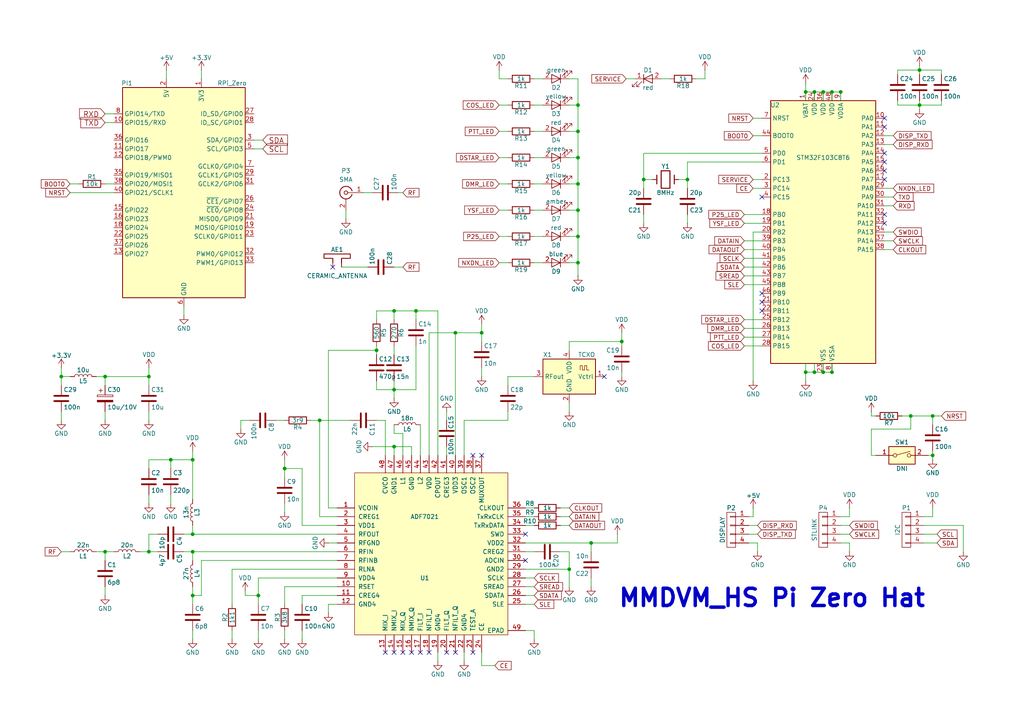
<source format=kicad_sch>
(kicad_sch (version 20250114) (generator "eeschema") (generator_version "9.0")
  (paper "A4")
  (title_block (title "MMDVM_HS_Hat") (date "2018-06-05") (rev "1.6a") (company "DB9MAT+DF2ET"))
  (text "MMDVM_HS Pi Zero Hat" (at 179.07 176.53 0) (effects (font (size 5.0038 5.0038) (thickness 1.0008) (bold yes)) (justify left bottom)))
  (junction (at 270.51 120.65))
  (junction (at 109.22 101.6))
  (junction (at 167.64 53.34))
  (junction (at 120.65 90.17))
  (junction (at 167.64 60.96))
  (junction (at 43.18 160.02))
  (junction (at 266.7 30.48))
  (junction (at 199.39 52.07))
  (junction (at 243.84 26.67))
  (junction (at 270.51 132.08))
  (junction (at 236.22 107.95))
  (junction (at 132.08 96.52))
  (junction (at 186.69 52.07))
  (junction (at 43.18 109.22))
  (junction (at 167.64 30.48))
  (junction (at 180.34 99.06))
  (junction (at 139.7 96.52))
  (junction (at 114.3 90.17))
  (junction (at 30.48 160.02))
  (junction (at 238.76 26.67))
  (junction (at 114.3 129.54))
  (junction (at 55.88 154.94))
  (junction (at 241.3 26.67))
  (junction (at 165.1 165.1))
  (junction (at 167.64 45.72))
  (junction (at 171.45 157.48))
  (junction (at 55.88 133.35))
  (junction (at 264.16 120.65))
  (junction (at 266.7 20.32))
  (junction (at 167.64 38.1))
  (junction (at 233.68 26.67))
  (junction (at 238.76 107.95))
  (junction (at 114.3 113.03))
  (junction (at 17.78 109.22))
  (junction (at 30.48 109.22))
  (junction (at 55.88 160.02))
  (junction (at 236.22 26.67))
  (junction (at 74.93 172.72))
  (junction (at 233.68 107.95))
  (junction (at 241.3 107.95))
  (junction (at 82.55 135.89))
  (junction (at 92.71 121.92))
  (junction (at 167.64 68.58))
  (junction (at 167.64 76.2))
  (junction (at 55.88 172.72))
  (junction (at 49.53 133.35))
  (no_connect (at 220.98 90.17))
  (no_connect (at 256.54 62.23))
  (no_connect (at 111.76 189.23))
  (no_connect (at 256.54 46.99))
  (no_connect (at 220.98 57.15))
  (no_connect (at 114.3 189.23))
  (no_connect (at 220.98 87.63))
  (no_connect (at 256.54 64.77))
  (no_connect (at 119.38 189.23))
  (no_connect (at 137.16 132.08))
  (no_connect (at 124.46 189.23))
  (no_connect (at 121.92 189.23))
  (no_connect (at 175.26 109.22))
  (no_connect (at 256.54 34.29))
  (no_connect (at 116.84 189.23))
  (no_connect (at 129.54 189.23))
  (no_connect (at 132.08 189.23))
  (no_connect (at 139.7 132.08))
  (no_connect (at 152.4 162.56))
  (no_connect (at 220.98 85.09))
  (no_connect (at 152.4 154.94))
  (no_connect (at 256.54 52.07))
  (no_connect (at 96.52 77.47))
  (no_connect (at 137.16 189.23))
  (no_connect (at 256.54 49.53))
  (no_connect (at 256.54 36.83))
  (no_connect (at 256.54 44.45))
  (wire (pts (xy 270.51 132.08) (xy 270.51 133.35)))
  (wire (pts (xy 129.54 132.08) (xy 129.54 129.54)))
  (wire (pts (xy 267.97 152.4) (xy 279.4 152.4)))
  (wire (pts (xy 162.56 152.4) (xy 165.1 152.4)))
  (wire (pts (xy 157.48 76.2) (xy 154.94 76.2)))
  (wire (pts (xy 186.69 52.07) (xy 186.69 54.61)))
  (wire (pts (xy 199.39 46.99) (xy 220.98 46.99)))
  (wire (pts (xy 120.65 90.17) (xy 127 90.17)))
  (wire (pts (xy 124.46 132.08) (xy 124.46 96.52)))
  (wire (pts (xy 109.22 113.03) (xy 114.3 113.03)))
  (wire (pts (xy 270.51 120.65) (xy 270.51 123.19)))
  (wire (pts (xy 233.68 107.95) (xy 233.68 110.49)))
  (wire (pts (xy 55.88 172.72) (xy 55.88 175.26)))
  (wire (pts (xy 71.12 172.72) (xy 74.93 172.72)))
  (wire (pts (xy 252.73 124.46) (xy 252.73 132.08)))
  (wire (pts (xy 114.3 129.54) (xy 119.38 129.54)))
  (wire (pts (xy 22.86 53.34) (xy 20.32 53.34)))
  (wire (pts (xy 215.9 62.23) (xy 220.98 62.23)))
  (wire (pts (xy 252.73 119.38) (xy 252.73 120.65)))
  (wire (pts (xy 179.07 157.48) (xy 179.07 154.94)))
  (wire (pts (xy 199.39 52.07) (xy 196.85 52.07)))
  (wire (pts (xy 180.34 96.52) (xy 180.34 99.06)))
  (wire (pts (xy 201.93 22.86) (xy 204.47 22.86)))
  (wire (pts (xy 218.44 149.86) (xy 217.17 149.86)))
  (wire (pts (xy 55.88 133.35) (xy 55.88 144.78)))
  (wire (pts (xy 27.94 109.22) (xy 30.48 109.22)))
  (wire (pts (xy 180.34 99.06) (xy 180.34 100.33)))
  (wire (pts (xy 82.55 146.05) (xy 82.55 148.59)))
  (wire (pts (xy 74.93 182.88) (xy 74.93 185.42)))
  (wire (pts (xy 215.9 82.55) (xy 220.98 82.55)))
  (wire (pts (xy 55.88 170.18) (xy 55.88 172.72)))
  (wire (pts (xy 55.88 172.72) (xy 58.42 172.72)))
  (wire (pts (xy 266.7 20.32) (xy 266.7 21.59)))
  (wire (pts (xy 167.64 60.96) (xy 167.64 68.58)))
  (wire (pts (xy 147.32 121.92) (xy 134.62 121.92)))
  (wire (pts (xy 167.64 22.86) (xy 165.1 22.86)))
  (wire (pts (xy 80.01 121.92) (xy 82.55 121.92)))
  (wire (pts (xy 218.44 52.07) (xy 220.98 52.07)))
  (wire (pts (xy 97.79 149.86) (xy 92.71 149.86)))
  (wire (pts (xy 30.48 160.02) (xy 33.02 160.02)))
  (wire (pts (xy 106.68 77.47) (xy 99.06 77.47)))
  (wire (pts (xy 233.68 107.95) (xy 236.22 107.95)))
  (wire (pts (xy 121.92 132.08) (xy 121.92 123.19)))
  (wire (pts (xy 267.97 154.94) (xy 271.78 154.94)))
  (wire (pts (xy 238.76 107.95) (xy 241.3 107.95)))
  (wire (pts (xy 215.9 77.47) (xy 220.98 77.47)))
  (wire (pts (xy 127 189.23) (xy 127 191.77)))
  (wire (pts (xy 273.05 30.48) (xy 273.05 29.21)))
  (wire (pts (xy 87.63 172.72) (xy 97.79 172.72)))
  (wire (pts (xy 30.48 109.22) (xy 30.48 111.76)))
  (wire (pts (xy 107.95 129.54) (xy 114.3 129.54)))
  (wire (pts (xy 260.35 21.59) (xy 260.35 20.32)))
  (wire (pts (xy 116.84 77.47) (xy 114.3 77.47)))
  (wire (pts (xy 167.64 38.1) (xy 165.1 38.1)))
  (wire (pts (xy 152.4 182.88) (xy 154.94 182.88)))
  (wire (pts (xy 53.34 154.94) (xy 55.88 154.94)))
  (wire (pts (xy 152.4 157.48) (xy 171.45 157.48)))
  (wire (pts (xy 49.53 133.35) (xy 49.53 135.89)))
  (wire (pts (xy 259.08 69.85) (xy 256.54 69.85)))
  (wire (pts (xy 199.39 46.99) (xy 199.39 52.07)))
  (wire (pts (xy 82.55 133.35) (xy 82.55 135.89)))
  (wire (pts (xy 152.4 149.86) (xy 154.94 149.86)))
  (wire (pts (xy 167.64 22.86) (xy 167.64 30.48)))
  (wire (pts (xy 259.08 72.39) (xy 256.54 72.39)))
  (wire (pts (xy 43.18 109.22) (xy 43.18 111.76)))
  (wire (pts (xy 114.3 110.49) (xy 114.3 113.03)))
  (wire (pts (xy 266.7 20.32) (xy 273.05 20.32)))
  (wire (pts (xy 147.32 109.22) (xy 154.94 109.22)))
  (wire (pts (xy 139.7 193.04) (xy 143.51 193.04)))
  (wire (pts (xy 147.32 68.58) (xy 144.78 68.58)))
  (wire (pts (xy 167.64 53.34) (xy 167.64 60.96)))
  (wire (pts (xy 116.84 132.08) (xy 116.84 125.73)))
  (wire (pts (xy 186.69 44.45) (xy 186.69 52.07)))
  (wire (pts (xy 162.56 147.32) (xy 165.1 147.32)))
  (wire (pts (xy 218.44 39.37) (xy 220.98 39.37)))
  (wire (pts (xy 215.9 64.77) (xy 220.98 64.77)))
  (wire (pts (xy 17.78 160.02) (xy 20.32 160.02)))
  (wire (pts (xy 241.3 26.67) (xy 243.84 26.67)))
  (wire (pts (xy 71.12 171.45) (xy 71.12 172.72)))
  (wire (pts (xy 167.64 76.2) (xy 165.1 76.2)))
  (wire (pts (xy 256.54 41.91) (xy 259.08 41.91)))
  (wire (pts (xy 43.18 160.02) (xy 45.72 160.02)))
  (wire (pts (xy 218.44 54.61) (xy 220.98 54.61)))
  (wire (pts (xy 217.17 157.48) (xy 219.71 157.48)))
  (wire (pts (xy 43.18 154.94) (xy 45.72 154.94)))
  (wire (pts (xy 264.16 120.65) (xy 264.16 124.46)))
  (wire (pts (xy 215.9 92.71) (xy 220.98 92.71)))
  (wire (pts (xy 114.3 113.03) (xy 120.65 113.03)))
  (wire (pts (xy 97.79 147.32) (xy 95.25 147.32)))
  (wire (pts (xy 72.39 121.92) (xy 69.85 121.92)))
  (wire (pts (xy 97.79 175.26) (xy 95.25 175.26)))
  (wire (pts (xy 147.32 30.48) (xy 144.78 30.48)))
  (wire (pts (xy 30.48 170.18) (xy 30.48 172.72)))
  (wire (pts (xy 154.94 22.86) (xy 157.48 22.86)))
  (wire (pts (xy 243.84 26.67) (xy 243.84 29.21)))
  (wire (pts (xy 111.76 121.92) (xy 111.76 132.08)))
  (wire (pts (xy 273.05 20.32) (xy 273.05 21.59)))
  (wire (pts (xy 95.25 157.48) (xy 97.79 157.48)))
  (wire (pts (xy 67.31 165.1) (xy 67.31 175.26)))
  (wire (pts (xy 199.39 62.23) (xy 199.39 64.77)))
  (wire (pts (xy 53.34 160.02) (xy 55.88 160.02)))
  (wire (pts (xy 139.7 106.68) (xy 139.7 109.22)))
  (wire (pts (xy 55.88 130.81) (xy 55.88 133.35)))
  (wire (pts (xy 259.08 39.37) (xy 256.54 39.37)))
  (wire (pts (xy 147.32 76.2) (xy 144.78 76.2)))
  (wire (pts (xy 49.53 143.51) (xy 49.53 146.05)))
  (wire (pts (xy 218.44 34.29) (xy 220.98 34.29)))
  (wire (pts (xy 233.68 105.41) (xy 233.68 107.95)))
  (wire (pts (xy 147.32 45.72) (xy 144.78 45.72)))
  (wire (pts (xy 87.63 172.72) (xy 87.63 175.26)))
  (wire (pts (xy 17.78 119.38) (xy 17.78 121.92)))
  (wire (pts (xy 97.79 165.1) (xy 67.31 165.1)))
  (wire (pts (xy 147.32 111.76) (xy 147.32 109.22)))
  (wire (pts (xy 165.1 99.06) (xy 165.1 101.6)))
  (wire (pts (xy 134.62 121.92) (xy 134.62 132.08)))
  (wire (pts (xy 236.22 105.41) (xy 236.22 107.95)))
  (wire (pts (xy 30.48 53.34) (xy 33.02 53.34)))
  (wire (pts (xy 114.3 125.73) (xy 114.3 123.19)))
  (wire (pts (xy 120.65 90.17) (xy 120.65 92.71)))
  (wire (pts (xy 30.48 33.02) (xy 33.02 33.02)))
  (wire (pts (xy 246.38 149.86) (xy 246.38 147.32)))
  (wire (pts (xy 109.22 101.6) (xy 109.22 102.87)))
  (wire (pts (xy 204.47 22.86) (xy 204.47 20.32)))
  (wire (pts (xy 69.85 121.92) (xy 69.85 124.46)))
  (wire (pts (xy 154.94 38.1) (xy 157.48 38.1)))
  (wire (pts (xy 180.34 107.95) (xy 180.34 109.22)))
  (wire (pts (xy 82.55 170.18) (xy 82.55 175.26)))
  (wire (pts (xy 269.24 132.08) (xy 270.51 132.08)))
  (wire (pts (xy 30.48 35.56) (xy 33.02 35.56)))
  (wire (pts (xy 58.42 172.72) (xy 58.42 162.56)))
  (wire (pts (xy 134.62 189.23) (xy 134.62 191.77)))
  (wire (pts (xy 217.17 152.4) (xy 219.71 152.4)))
  (wire (pts (xy 109.22 92.71) (xy 109.22 90.17)))
  (wire (pts (xy 238.76 26.67) (xy 241.3 26.67)))
  (wire (pts (xy 114.3 129.54) (xy 114.3 132.08)))
  (wire (pts (xy 167.64 60.96) (xy 165.1 60.96)))
  (wire (pts (xy 152.4 160.02) (xy 154.94 160.02)))
  (wire (pts (xy 92.71 149.86) (xy 92.71 121.92)))
  (wire (pts (xy 260.35 29.21) (xy 260.35 30.48)))
  (wire (pts (xy 186.69 52.07) (xy 189.23 52.07)))
  (wire (pts (xy 256.54 57.15) (xy 259.08 57.15)))
  (wire (pts (xy 171.45 157.48) (xy 171.45 160.02)))
  (wire (pts (xy 154.94 182.88) (xy 154.94 185.42)))
  (wire (pts (xy 218.44 147.32) (xy 218.44 149.86)))
  (wire (pts (xy 55.88 160.02) (xy 55.88 162.56)))
  (wire (pts (xy 167.64 30.48) (xy 165.1 30.48)))
  (wire (pts (xy 48.26 20.32) (xy 48.26 22.86)))
  (wire (pts (xy 266.7 29.21) (xy 266.7 30.48)))
  (wire (pts (xy 171.45 167.64) (xy 171.45 170.18)))
  (wire (pts (xy 55.88 152.4) (xy 55.88 154.94)))
  (wire (pts (xy 152.4 172.72) (xy 154.94 172.72)))
  (wire (pts (xy 114.3 113.03) (xy 114.3 115.57)))
  (wire (pts (xy 215.9 95.25) (xy 220.98 95.25)))
  (wire (pts (xy 218.44 67.31) (xy 218.44 110.49)))
  (wire (pts (xy 266.7 19.05) (xy 266.7 20.32)))
  (wire (pts (xy 43.18 143.51) (xy 43.18 146.05)))
  (wire (pts (xy 30.48 119.38) (xy 30.48 121.92)))
  (wire (pts (xy 236.22 29.21) (xy 236.22 26.67)))
  (wire (pts (xy 162.56 149.86) (xy 165.1 149.86)))
  (wire (pts (xy 252.73 120.65) (xy 254 120.65)))
  (wire (pts (xy 55.88 182.88) (xy 55.88 185.42)))
  (wire (pts (xy 215.9 74.93) (xy 220.98 74.93)))
  (wire (pts (xy 186.69 44.45) (xy 220.98 44.45)))
  (wire (pts (xy 165.1 160.02) (xy 165.1 165.1)))
  (wire (pts (xy 165.1 116.84) (xy 165.1 119.38)))
  (wire (pts (xy 53.34 88.9) (xy 53.34 91.44)))
  (wire (pts (xy 215.9 80.01) (xy 220.98 80.01)))
  (wire (pts (xy 256.54 59.69) (xy 259.08 59.69)))
  (wire (pts (xy 217.17 154.94) (xy 219.71 154.94)))
  (wire (pts (xy 261.62 120.65) (xy 264.16 120.65)))
  (wire (pts (xy 267.97 149.86) (xy 270.51 149.86)))
  (wire (pts (xy 215.9 97.79) (xy 220.98 97.79)))
  (wire (pts (xy 252.73 132.08) (xy 254 132.08)))
  (wire (pts (xy 17.78 109.22) (xy 20.32 109.22)))
  (wire (pts (xy 58.42 162.56) (xy 97.79 162.56)))
  (wire (pts (xy 165.1 99.06) (xy 180.34 99.06)))
  (wire (pts (xy 152.4 170.18) (xy 154.94 170.18)))
  (wire (pts (xy 241.3 107.95) (xy 241.3 105.41)))
  (wire (pts (xy 116.84 125.73) (xy 114.3 125.73)))
  (wire (pts (xy 246.38 157.48) (xy 246.38 160.02)))
  (wire (pts (xy 167.64 53.34) (xy 165.1 53.34)))
  (wire (pts (xy 109.22 90.17) (xy 114.3 90.17)))
  (wire (pts (xy 157.48 60.96) (xy 154.94 60.96)))
  (wire (pts (xy 55.88 154.94) (xy 97.79 154.94)))
  (wire (pts (xy 267.97 157.48) (xy 271.78 157.48)))
  (wire (pts (xy 55.88 160.02) (xy 97.79 160.02)))
  (wire (pts (xy 157.48 30.48) (xy 154.94 30.48)))
  (wire (pts (xy 132.08 132.08) (xy 132.08 96.52)))
  (wire (pts (xy 95.25 147.32) (xy 95.25 101.6)))
  (wire (pts (xy 243.84 152.4) (xy 246.38 152.4)))
  (wire (pts (xy 49.53 133.35) (xy 55.88 133.35)))
  (wire (pts (xy 43.18 133.35) (xy 49.53 133.35)))
  (wire (pts (xy 215.9 69.85) (xy 220.98 69.85)))
  (wire (pts (xy 109.22 121.92) (xy 111.76 121.92)))
  (wire (pts (xy 73.66 40.64) (xy 76.2 40.64)))
  (wire (pts (xy 114.3 90.17) (xy 120.65 90.17)))
  (wire (pts (xy 27.94 160.02) (xy 30.48 160.02)))
  (wire (pts (xy 139.7 96.52) (xy 139.7 99.06)))
  (wire (pts (xy 241.3 29.21) (xy 241.3 26.67)))
  (wire (pts (xy 157.48 53.34) (xy 154.94 53.34)))
  (wire (pts (xy 233.68 26.67) (xy 233.68 24.13)))
  (wire (pts (xy 157.48 68.58) (xy 154.94 68.58)))
  (wire (pts (xy 95.25 175.26) (xy 95.25 177.8)))
  (wire (pts (xy 144.78 38.1) (xy 147.32 38.1)))
  (wire (pts (xy 236.22 26.67) (xy 238.76 26.67)))
  (wire (pts (xy 236.22 107.95) (xy 238.76 107.95)))
  (wire (pts (xy 165.1 165.1) (xy 165.1 170.18)))
  (wire (pts (xy 264.16 120.65) (xy 270.51 120.65)))
  (wire (pts (xy 243.84 157.48) (xy 246.38 157.48)))
  (wire (pts (xy 260.35 20.32) (xy 266.7 20.32)))
  (wire (pts (xy 139.7 189.23) (xy 139.7 193.04)))
  (wire (pts (xy 243.84 149.86) (xy 246.38 149.86)))
  (wire (pts (xy 43.18 133.35) (xy 43.18 135.89)))
  (wire (pts (xy 114.3 90.17) (xy 114.3 92.71)))
  (wire (pts (xy 186.69 62.23) (xy 186.69 64.77)))
  (wire (pts (xy 266.7 30.48) (xy 266.7 31.75)))
  (wire (pts (xy 30.48 109.22) (xy 43.18 109.22)))
  (wire (pts (xy 74.93 172.72) (xy 74.93 175.26)))
  (wire (pts (xy 73.66 43.18) (xy 76.2 43.18)))
  (wire (pts (xy 109.22 110.49) (xy 109.22 113.03)))
  (wire (pts (xy 191.77 22.86) (xy 194.31 22.86)))
  (wire (pts (xy 120.65 113.03) (xy 120.65 100.33)))
  (wire (pts (xy 152.4 165.1) (xy 165.1 165.1)))
  (wire (pts (xy 82.55 182.88) (xy 82.55 185.42)))
  (wire (pts (xy 17.78 106.68) (xy 17.78 109.22)))
  (wire (pts (xy 215.9 100.33) (xy 220.98 100.33)))
  (wire (pts (xy 132.08 96.52) (xy 139.7 96.52)))
  (wire (pts (xy 266.7 30.48) (xy 273.05 30.48)))
  (wire (pts (xy 167.64 45.72) (xy 165.1 45.72)))
  (wire (pts (xy 167.64 30.48) (xy 167.64 38.1)))
  (wire (pts (xy 157.48 45.72) (xy 154.94 45.72)))
  (wire (pts (xy 238.76 29.21) (xy 238.76 26.67)))
  (wire (pts (xy 152.4 167.64) (xy 154.94 167.64)))
  (wire (pts (xy 162.56 160.02) (xy 165.1 160.02)))
  (wire (pts (xy 152.4 147.32) (xy 154.94 147.32)))
  (wire (pts (xy 270.51 120.65) (xy 273.05 120.65)))
  (wire (pts (xy 144.78 20.32) (xy 144.78 22.86)))
  (wire (pts (xy 215.9 72.39) (xy 220.98 72.39)))
  (wire (pts (xy 147.32 119.38) (xy 147.32 121.92)))
  (wire (pts (xy 139.7 93.98) (xy 139.7 96.52)))
  (wire (pts (xy 114.3 100.33) (xy 114.3 102.87)))
  (wire (pts (xy 127 90.17) (xy 127 132.08)))
  (wire (pts (xy 167.64 38.1) (xy 167.64 45.72)))
  (wire (pts (xy 167.64 68.58) (xy 167.64 76.2)))
  (wire (pts (xy 43.18 119.38) (xy 43.18 121.92)))
  (wire (pts (xy 124.46 96.52) (xy 132.08 96.52)))
  (wire (pts (xy 109.22 100.33) (xy 109.22 101.6)))
  (wire (pts (xy 97.79 152.4) (xy 87.63 152.4)))
  (wire (pts (xy 40.64 160.02) (xy 43.18 160.02)))
  (wire (pts (xy 199.39 52.07) (xy 199.39 54.61)))
  (wire (pts (xy 279.4 152.4) (xy 279.4 160.02)))
  (wire (pts (xy 97.79 167.64) (xy 74.93 167.64)))
  (wire (pts (xy 119.38 129.54) (xy 119.38 132.08)))
  (wire (pts (xy 181.61 22.86) (xy 184.15 22.86)))
  (wire (pts (xy 167.64 68.58) (xy 165.1 68.58)))
  (wire (pts (xy 129.54 121.92) (xy 129.54 119.38)))
  (wire (pts (xy 270.51 149.86) (xy 270.51 147.32)))
  (wire (pts (xy 233.68 29.21) (xy 233.68 26.67)))
  (wire (pts (xy 67.31 182.88) (xy 67.31 185.42)))
  (wire (pts (xy 152.4 152.4) (xy 154.94 152.4)))
  (wire (pts (xy 87.63 182.88) (xy 87.63 185.42)))
  (wire (pts (xy 87.63 152.4) (xy 87.63 135.89)))
  (wire (pts (xy 233.68 26.67) (xy 236.22 26.67)))
  (wire (pts (xy 43.18 154.94) (xy 43.18 160.02)))
  (wire (pts (xy 115.57 55.88) (xy 116.84 55.88)))
  (wire (pts (xy 58.42 20.32) (xy 58.42 22.86)))
  (wire (pts (xy 167.64 45.72) (xy 167.64 53.34)))
  (wire (pts (xy 90.17 121.92) (xy 92.71 121.92)))
  (wire (pts (xy 105.41 55.88) (xy 107.95 55.88)))
  (wire (pts (xy 243.84 154.94) (xy 246.38 154.94)))
  (wire (pts (xy 74.93 167.64) (xy 74.93 172.72)))
  (wire (pts (xy 82.55 135.89) (xy 82.55 138.43)))
  (wire (pts (xy 147.32 60.96) (xy 144.78 60.96)))
  (wire (pts (xy 97.79 170.18) (xy 82.55 170.18)))
  (wire (pts (xy 219.71 157.48) (xy 219.71 160.02)))
  (wire (pts (xy 171.45 157.48) (xy 179.07 157.48)))
  (wire (pts (xy 92.71 121.92) (xy 101.6 121.92)))
  (wire (pts (xy 256.54 54.61) (xy 259.08 54.61)))
  (wire (pts (xy 30.48 160.02) (xy 30.48 162.56)))
  (wire (pts (xy 144.78 22.86) (xy 147.32 22.86)))
  (wire (pts (xy 264.16 124.46) (xy 252.73 124.46)))
  (wire (pts (xy 100.33 60.96) (xy 100.33 63.5)))
  (wire (pts (xy 87.63 135.89) (xy 82.55 135.89)))
  (wire (pts (xy 43.18 106.68) (xy 43.18 109.22)))
  (wire (pts (xy 17.78 109.22) (xy 17.78 111.76)))
  (wire (pts (xy 152.4 175.26) (xy 154.94 175.26)))
  (wire (pts (xy 20.32 55.88) (xy 33.02 55.88)))
  (wire (pts (xy 256.54 67.31) (xy 259.08 67.31)))
  (wire (pts (xy 238.76 105.41) (xy 238.76 107.95)))
  (wire (pts (xy 260.35 30.48) (xy 266.7 30.48)))
  (wire (pts (xy 220.98 67.31) (xy 218.44 67.31)))
  (wire (pts (xy 270.51 130.81) (xy 270.51 132.08)))
  (wire (pts (xy 167.64 76.2) (xy 167.64 80.01)))
  (wire (pts (xy 144.78 53.34) (xy 147.32 53.34)))
  (wire (pts (xy 95.25 101.6) (xy 109.22 101.6)))
  (global_label "BOOT0" (shape input) (at 218.44 39.37 180) (effects (font (size 1.2446 1.2446))) (property "Intersheetrefs" "${INTERSHEET_REFS}" (effects (hide yes))))
  (global_label "SWDIO" (shape input) (at 259.08 67.31 0) (effects (font (size 1.2446 1.2446))) (property "Intersheetrefs" "${INTERSHEET_REFS}" (effects (hide yes))))
  (global_label "SWCLK" (shape input) (at 246.38 154.94 0) (effects (font (size 1.2446 1.2446))) (property "Intersheetrefs" "${INTERSHEET_REFS}" (effects (hide yes))))
  (global_label "SCLK" (shape input) (at 215.9 74.93 180) (effects (font (size 1.2446 1.2446))) (property "Intersheetrefs" "${INTERSHEET_REFS}" (effects (hide yes))))
  (global_label "DISP_RXD" (shape input) (at 219.71 152.4 0) (effects (font (size 1.2446 1.2446))) (property "Intersheetrefs" "${INTERSHEET_REFS}" (effects (hide yes))))
  (global_label "YSF_LED" (shape input) (at 144.78 60.96 180) (effects (font (size 1.2446 1.2446))) (property "Intersheetrefs" "${INTERSHEET_REFS}" (effects (hide yes))))
  (global_label "DATAOUT" (shape input) (at 215.9 72.39 180) (effects (font (size 1.2446 1.2446))) (property "Intersheetrefs" "${INTERSHEET_REFS}" (effects (hide yes))))
  (global_label "DISP_TXD" (shape input) (at 259.08 39.37 0) (effects (font (size 1.2446 1.2446))) (property "Intersheetrefs" "${INTERSHEET_REFS}" (effects (hide yes))))
  (global_label "NRST" (shape input) (at 218.44 34.29 180) (effects (font (size 1.2446 1.2446))) (property "Intersheetrefs" "${INTERSHEET_REFS}" (effects (hide yes))))
  (global_label "NXDN_LED" (shape input) (at 259.08 54.61 0) (effects (font (size 1.2446 1.2446))) (property "Intersheetrefs" "${INTERSHEET_REFS}" (effects (hide yes))))
  (global_label "CE" (shape input) (at 218.44 54.61 180) (effects (font (size 1.2446 1.2446))) (property "Intersheetrefs" "${INTERSHEET_REFS}" (effects (hide yes))))
  (global_label "BOOT0" (shape input) (at 20.32 53.34 180) (effects (font (size 1.2446 1.2446))) (property "Intersheetrefs" "${INTERSHEET_REFS}" (effects (hide yes))))
  (global_label "YSF_LED" (shape input) (at 215.9 64.77 180) (effects (font (size 1.2446 1.2446))) (property "Intersheetrefs" "${INTERSHEET_REFS}" (effects (hide yes))))
  (global_label "RF" (shape input) (at 17.78 160.02 180) (effects (font (size 1.2446 1.2446))) (property "Intersheetrefs" "${INTERSHEET_REFS}" (effects (hide yes))))
  (global_label "NRST" (shape input) (at 20.32 55.88 180) (effects (font (size 1.2446 1.2446))) (property "Intersheetrefs" "${INTERSHEET_REFS}" (effects (hide yes))))
  (global_label "SWDIO" (shape input) (at 246.38 152.4 0) (effects (font (size 1.2446 1.2446))) (property "Intersheetrefs" "${INTERSHEET_REFS}" (effects (hide yes))))
  (global_label "SREAD" (shape input) (at 154.94 170.18 0) (effects (font (size 1.2446 1.2446))) (property "Intersheetrefs" "${INTERSHEET_REFS}" (effects (hide yes))))
  (global_label "PTT_LED" (shape input) (at 144.78 38.1 180) (effects (font (size 1.2446 1.2446))) (property "Intersheetrefs" "${INTERSHEET_REFS}" (effects (hide yes))))
  (global_label "DISP_RXD" (shape input) (at 259.08 41.91 0) (effects (font (size 1.2446 1.2446))) (property "Intersheetrefs" "${INTERSHEET_REFS}" (effects (hide yes))))
  (global_label "CLKOUT" (shape input) (at 259.08 72.39 0) (effects (font (size 1.2446 1.2446))) (property "Intersheetrefs" "${INTERSHEET_REFS}" (effects (hide yes))))
  (global_label "DATAIN" (shape input) (at 215.9 69.85 180) (effects (font (size 1.2446 1.2446))) (property "Intersheetrefs" "${INTERSHEET_REFS}" (effects (hide yes))))
  (global_label "TXD" (shape input) (at 259.08 57.15 0) (effects (font (size 1.2446 1.2446))) (property "Intersheetrefs" "${INTERSHEET_REFS}" (effects (hide yes))))
  (global_label "TXD" (shape input) (at 30.48 35.56 180) (effects (font (size 1.524 1.524))) (property "Intersheetrefs" "${INTERSHEET_REFS}" (effects (hide yes))))
  (global_label "RXD" (shape input) (at 259.08 59.69 0) (effects (font (size 1.2446 1.2446))) (property "Intersheetrefs" "${INTERSHEET_REFS}" (effects (hide yes))))
  (global_label "SREAD" (shape input) (at 215.9 80.01 180) (effects (font (size 1.2446 1.2446))) (property "Intersheetrefs" "${INTERSHEET_REFS}" (effects (hide yes))))
  (global_label "SDA" (shape input) (at 76.2 40.64 0) (effects (font (size 1.524 1.524))) (property "Intersheetrefs" "${INTERSHEET_REFS}" (effects (hide yes))))
  (global_label "PTT_LED" (shape input) (at 215.9 97.79 180) (effects (font (size 1.2446 1.2446))) (property "Intersheetrefs" "${INTERSHEET_REFS}" (effects (hide yes))))
  (global_label "NRST" (shape input) (at 273.05 120.65 0) (effects (font (size 1.2446 1.2446))) (property "Intersheetrefs" "${INTERSHEET_REFS}" (effects (hide yes))))
  (global_label "SWCLK" (shape input) (at 259.08 69.85 0) (effects (font (size 1.2446 1.2446))) (property "Intersheetrefs" "${INTERSHEET_REFS}" (effects (hide yes))))
  (global_label "DATAIN" (shape input) (at 165.1 149.86 0) (effects (font (size 1.2446 1.2446))) (property "Intersheetrefs" "${INTERSHEET_REFS}" (effects (hide yes))))
  (global_label "SLE" (shape input) (at 154.94 175.26 0) (effects (font (size 1.2446 1.2446))) (property "Intersheetrefs" "${INTERSHEET_REFS}" (effects (hide yes))))
  (global_label "COS_LED" (shape input) (at 144.78 30.48 180) (effects (font (size 1.2446 1.2446))) (property "Intersheetrefs" "${INTERSHEET_REFS}" (effects (hide yes))))
  (global_label "SERVICE" (shape input) (at 181.61 22.86 180) (effects (font (size 1.2446 1.2446))) (property "Intersheetrefs" "${INTERSHEET_REFS}" (effects (hide yes))))
  (global_label "RF" (shape input) (at 116.84 77.47 0) (effects (font (size 1.2446 1.2446))) (property "Intersheetrefs" "${INTERSHEET_REFS}" (effects (hide yes))))
  (global_label "SDATA" (shape input) (at 215.9 77.47 180) (effects (font (size 1.2446 1.2446))) (property "Intersheetrefs" "${INTERSHEET_REFS}" (effects (hide yes))))
  (global_label "CE" (shape input) (at 143.51 193.04 0) (effects (font (size 1.2446 1.2446))) (property "Intersheetrefs" "${INTERSHEET_REFS}" (effects (hide yes))))
  (global_label "SCL" (shape input) (at 271.78 154.94 0) (effects (font (size 1.2446 1.2446))) (property "Intersheetrefs" "${INTERSHEET_REFS}" (effects (hide yes))))
  (global_label "COS_LED" (shape input) (at 215.9 100.33 180) (effects (font (size 1.2446 1.2446))) (property "Intersheetrefs" "${INTERSHEET_REFS}" (effects (hide yes))))
  (global_label "P25_LED" (shape input) (at 215.9 62.23 180) (effects (font (size 1.2446 1.2446))) (property "Intersheetrefs" "${INTERSHEET_REFS}" (effects (hide yes))))
  (global_label "SCLK" (shape input) (at 154.94 167.64 0) (effects (font (size 1.2446 1.2446))) (property "Intersheetrefs" "${INTERSHEET_REFS}" (effects (hide yes))))
  (global_label "DISP_TXD" (shape input) (at 219.71 154.94 0) (effects (font (size 1.2446 1.2446))) (property "Intersheetrefs" "${INTERSHEET_REFS}" (effects (hide yes))))
  (global_label "DMR_LED" (shape input) (at 215.9 95.25 180) (effects (font (size 1.2446 1.2446))) (property "Intersheetrefs" "${INTERSHEET_REFS}" (effects (hide yes))))
  (global_label "CLKOUT" (shape input) (at 165.1 147.32 0) (effects (font (size 1.2446 1.2446))) (property "Intersheetrefs" "${INTERSHEET_REFS}" (effects (hide yes))))
  (global_label "DATAOUT" (shape input) (at 165.1 152.4 0) (effects (font (size 1.2446 1.2446))) (property "Intersheetrefs" "${INTERSHEET_REFS}" (effects (hide yes))))
  (global_label "DSTAR_LED" (shape input) (at 144.78 45.72 180) (effects (font (size 1.2446 1.2446))) (property "Intersheetrefs" "${INTERSHEET_REFS}" (effects (hide yes))))
  (global_label "RF" (shape input) (at 116.84 55.88 0) (effects (font (size 1.2446 1.2446))) (property "Intersheetrefs" "${INTERSHEET_REFS}" (effects (hide yes))))
  (global_label "DSTAR_LED" (shape input) (at 215.9 92.71 180) (effects (font (size 1.2446 1.2446))) (property "Intersheetrefs" "${INTERSHEET_REFS}" (effects (hide yes))))
  (global_label "P25_LED" (shape input) (at 144.78 68.58 180) (effects (font (size 1.2446 1.2446))) (property "Intersheetrefs" "${INTERSHEET_REFS}" (effects (hide yes))))
  (global_label "SDA" (shape input) (at 271.78 157.48 0) (effects (font (size 1.2446 1.2446))) (property "Intersheetrefs" "${INTERSHEET_REFS}" (effects (hide yes))))
  (global_label "SERVICE" (shape input) (at 218.44 52.07 180) (effects (font (size 1.2446 1.2446))) (property "Intersheetrefs" "${INTERSHEET_REFS}" (effects (hide yes))))
  (global_label "RXD" (shape input) (at 30.48 33.02 180) (effects (font (size 1.524 1.524))) (property "Intersheetrefs" "${INTERSHEET_REFS}" (effects (hide yes))))
  (global_label "SDATA" (shape input) (at 154.94 172.72 0) (effects (font (size 1.2446 1.2446))) (property "Intersheetrefs" "${INTERSHEET_REFS}" (effects (hide yes))))
  (global_label "NXDN_LED" (shape input) (at 144.78 76.2 180) (effects (font (size 1.2446 1.2446))) (property "Intersheetrefs" "${INTERSHEET_REFS}" (effects (hide yes))))
  (global_label "DMR_LED" (shape input) (at 144.78 53.34 180) (effects (font (size 1.2446 1.2446))) (property "Intersheetrefs" "${INTERSHEET_REFS}" (effects (hide yes))))
  (global_label "SLE" (shape input) (at 215.9 82.55 180) (effects (font (size 1.2446 1.2446))) (property "Intersheetrefs" "${INTERSHEET_REFS}" (effects (hide yes))))
  (global_label "SCL" (shape input) (at 76.2 43.18 0) (effects (font (size 1.524 1.524))) (property "Intersheetrefs" "${INTERSHEET_REFS}" (effects (hide yes))))
  (symbol (lib_id "mmdvm_hs-hat-rescue:Crystal-RESCUE-mmdvm_hs-hat") (at 193.04 52.07 0) (unit 1)
    (property "Reference" "Y1" (at 193.04 48.26 0))
    (property "Value" "8MHz" (at 193.04 55.88 0))
    (property "Footprint" "Crystal:Crystal_SMD_Abracon_ABM3-2Pin_5.0x3.2mm" (effects (hide yes)))
    (property "Datasheet" "http://www.mouser.com/ds/2/3/abm3-47699.pdf" (effects (hide yes)))
    (property "MFR" "ABRACON" (effects (hide yes)))
    (property "MPN" "ABM3-8.000MHz-D2Y-T" (effects (hide yes)))
    (property "SPR" "Mouser" (effects (hide yes)))
    (property "SPN" "815-ABM3-8-D2Y-T" (effects (hide yes)))
  )
  (symbol (lib_id "mmdvm_hs-hat-rescue:C-RESCUE-mmdvm_hs-hat") (at 186.69 58.42 180) (unit 1)
    (property "Reference" "C21" (at 186.055 60.96 0) (effects (justify left)))
    (property "Value" "20p" (at 186.055 55.88 0) (effects (justify left)))
    (property "Footprint" "Capacitor_SMD:C_0402_1005Metric" (effects (hide yes)))
    (property "Datasheet" "http://www.mouser.com/ds/2/281/c02e-2905.pdf" (effects (hide yes)))
    (property "MFR" "Murata Electronics" (effects (hide yes)))
    (property "MPN" "GJM1555C1H200FB01D" (effects (hide yes)))
    (property "SPR" "Mouser" (effects (hide yes)))
    (property "SPN" "81-GJM1555C1H200FB1D" (effects (hide yes)))
  )
  (symbol (lib_id "mmdvm_hs-hat-rescue:C-RESCUE-mmdvm_hs-hat") (at 199.39 58.42 0) (mirror x) (unit 1)
    (property "Reference" "C23" (at 200.025 60.96 0) (effects (justify left)))
    (property "Value" "20p" (at 200.025 55.88 0) (effects (justify left)))
    (property "Footprint" "Capacitor_SMD:C_0402_1005Metric" (effects (hide yes)))
    (property "Datasheet" "http://www.mouser.com/ds/2/281/c02e-2905.pdf" (effects (hide yes)))
    (property "MFR" "Murata Electronics" (effects (hide yes)))
    (property "MPN" "GJM1555C1H200FB01D" (effects (hide yes)))
    (property "SPR" "Mouser" (effects (hide yes)))
    (property "SPN" "81-GJM1555C1H200FB1D" (effects (hide yes)))
  )
  (symbol (lib_id "power:GND") (at 186.69 64.77 0) (unit 1)
    (property "Reference" "#PWR01" (effects (hide yes)))
    (property "Value" "GND" (at 186.69 68.58 0))
  )
  (symbol (lib_id "power:GND") (at 199.39 64.77 0) (unit 1)
    (property "Reference" "#PWR02" (effects (hide yes)))
    (property "Value" "GND" (at 199.39 68.58 0))
  )
  (symbol (lib_id "mmdvm_hs-hat-rescue:CONN_01X04-RESCUE-mmdvm_hs-hat") (at 238.76 153.67 0) (mirror y) (unit 1)
    (property "Reference" "P4" (at 238.76 147.32 0))
    (property "Value" "STLINK" (at 236.22 153.67 90))
    (property "Footprint" "Connector_PinHeader_2.54mm:PinHeader_1x04_P2.54mm_Vertical" (effects (hide yes)))
    (property "Datasheet" "http://www.mouser.com/ds/2/418/NG_CD_826629_AA_baseFilename-683270.pdf" (effects (hide yes)))
    (property "MFR" "TE Connectivity / AMP" (effects (hide yes)))
    (property "MPN" "826629-4" (effects (hide yes)))
    (property "SPR" "Mouser" (effects (hide yes)))
    (property "SPN" "571-826629-4" (effects (hide yes)))
  )
  (symbol (lib_id "power:GND") (at 246.38 160.02 0) (unit 1)
    (property "Reference" "#PWR07" (effects (hide yes)))
    (property "Value" "GND" (at 246.38 163.83 0))
  )
  (symbol (lib_id "mmdvm_hs-hat-rescue:C-RESCUE-mmdvm_hs-hat") (at 260.35 25.4 0) (unit 1)
    (property "Reference" "C24" (at 260.985 22.86 0) (effects (justify left)))
    (property "Value" "100n" (at 260.985 27.94 0) (effects (justify left)))
    (property "Footprint" "Capacitor_SMD:C_0402_1005Metric" (effects (hide yes)))
    (property "Datasheet" "http://www.mouser.com/ds/2/427/vjw1bcbascomseries-223529.pdf" (effects (hide yes)))
    (property "MFR" "Vishay / Vitramon" (effects (hide yes)))
    (property "MPN" "VJ0402V104ZXJCW1BC" (effects (hide yes)))
    (property "SPR" "Mouser" (effects (hide yes)))
    (property "SPN" "77-VJ0402V104ZXJCBC" (effects (hide yes)))
  )
  (symbol (lib_id "mmdvm_hs-hat-rescue:C-RESCUE-mmdvm_hs-hat") (at 266.7 25.4 0) (unit 1)
    (property "Reference" "C25" (at 267.335 22.86 0) (effects (justify left)))
    (property "Value" "100n" (at 267.335 27.94 0) (effects (justify left)))
    (property "Footprint" "Capacitor_SMD:C_0402_1005Metric" (effects (hide yes)))
    (property "Datasheet" "http://www.mouser.com/ds/2/427/vjw1bcbascomseries-223529.pdf" (effects (hide yes)))
    (property "MFR" "Vishay / Vitramon" (effects (hide yes)))
    (property "MPN" "VJ0402V104ZXJCW1BC" (effects (hide yes)))
    (property "SPR" "Mouser" (effects (hide yes)))
    (property "SPN" "77-VJ0402V104ZXJCBC" (effects (hide yes)))
  )
  (symbol (lib_id "mmdvm_hs-hat-rescue:C-RESCUE-mmdvm_hs-hat") (at 273.05 25.4 0) (unit 1)
    (property "Reference" "C26" (at 273.685 22.86 0) (effects (justify left)))
    (property "Value" "100n" (at 273.685 27.94 0) (effects (justify left)))
    (property "Footprint" "Capacitor_SMD:C_0402_1005Metric" (effects (hide yes)))
    (property "Datasheet" "http://www.mouser.com/ds/2/427/vjw1bcbascomseries-223529.pdf" (effects (hide yes)))
    (property "MFR" "Vishay / Vitramon" (effects (hide yes)))
    (property "MPN" "VJ0402V104ZXJCW1BC" (effects (hide yes)))
    (property "SPR" "Mouser" (effects (hide yes)))
    (property "SPN" "77-VJ0402V104ZXJCBC" (effects (hide yes)))
  )
  (symbol (lib_id "power:GND") (at 266.7 31.75 0) (unit 1)
    (property "Reference" "#PWR08" (effects (hide yes)))
    (property "Value" "GND" (at 266.7 35.56 0))
  )
  (symbol (lib_id "mmdvm_hs-hat-rescue:R-RESCUE-mmdvm_hs-hat") (at 26.67 53.34 90) (unit 1)
    (property "Reference" "R1" (at 26.67 51.308 90))
    (property "Value" "10k" (at 26.67 53.34 90))
    (property "Footprint" "Resistor_SMD:R_0402_1005Metric" (effects (hide yes)))
    (property "Datasheet" "http://www.mouser.com/ds/2/427/dcrcwe3-109170.pdf" (effects (hide yes)))
    (property "MFR" "Vishay" (effects (hide yes)))
    (property "MPN" "CRCW040210K0FKED" (effects (hide yes)))
    (property "SPR" "Mouser" (effects (hide yes)))
    (property "SPN" "71-CRCW0402-10K-E3" (effects (hide yes)))
  )
  (symbol (lib_id "power:GND") (at 219.71 160.02 0) (unit 1)
    (property "Reference" "#PWR09" (effects (hide yes)))
    (property "Value" "GND" (at 219.71 163.83 0))
  )
  (symbol (lib_id "mmdvm_hs-hat-rescue:R-RESCUE-mmdvm_hs-hat") (at 257.81 120.65 270) (unit 1)
    (property "Reference" "R7" (at 257.81 122.682 90))
    (property "Value" "10k" (at 257.81 120.65 90))
    (property "Footprint" "Resistor_SMD:R_0402_1005Metric" (effects (hide yes)))
    (property "Datasheet" "http://www.mouser.com/ds/2/427/dcrcwe3-109170.pdf" (effects (hide yes)))
    (property "MFR" "Vishay" (effects (hide yes)))
    (property "MPN" "CRCW040210K0FKED" (effects (hide yes)))
    (property "SPR" "Mouser" (effects (hide yes)))
    (property "SPN" "71-CRCW0402-10K-E3" (effects (hide yes)))
  )
  (symbol (lib_id "mmdvm_hs-hat-rescue:C-RESCUE-mmdvm_hs-hat") (at 270.51 127 0) (unit 1)
    (property "Reference" "C16" (at 271.145 124.46 0) (effects (justify left)))
    (property "Value" "100n" (at 271.145 129.54 0) (effects (justify left)))
    (property "Footprint" "Capacitor_SMD:C_0402_1005Metric" (effects (hide yes)))
    (property "Datasheet" "http://www.mouser.com/ds/2/427/vjw1bcbascomseries-223529.pdf" (effects (hide yes)))
    (property "MFR" "Vishay / Vitramon" (effects (hide yes)))
    (property "MPN" "VJ0402V104ZXJCW1BC" (effects (hide yes)))
    (property "SPR" "Mouser" (effects (hide yes)))
    (property "SPN" "77-VJ0402V104ZXJCBC" (effects (hide yes)))
  )
  (symbol (lib_id "power:GND") (at 270.51 133.35 0) (unit 1)
    (property "Reference" "#PWR010" (effects (hide yes)))
    (property "Value" "GND" (at 270.51 137.16 0))
  )
  (symbol (lib_id "mmdvm_hs-hat-rescue:R-RESCUE-mmdvm_hs-hat") (at 158.75 147.32 270) (unit 1)
    (property "Reference" "R8" (at 153.67 146.05 90))
    (property "Value" "1k" (at 158.75 147.32 90))
    (property "Footprint" "Resistor_SMD:R_0402_1005Metric" (effects (hide yes)))
    (property "Datasheet" "http://www.mouser.com/ds/2/315/AOA0000C291-1101061.pdf" (effects (hide yes)))
    (property "MFR" "Panasonic" (effects (hide yes)))
    (property "MPN" "ERJ-PA2D1001X" (effects (hide yes)))
    (property "SPR" "Mouser" (effects (hide yes)))
    (property "SPN" "667-ERJ-PA2D1001X" (effects (hide yes)))
  )
  (symbol (lib_id "mmdvm_hs-hat-rescue:R-RESCUE-mmdvm_hs-hat") (at 158.75 149.86 270) (unit 1)
    (property "Reference" "R9" (at 153.67 148.59 90))
    (property "Value" "1k" (at 158.75 149.86 90))
    (property "Footprint" "Resistor_SMD:R_0402_1005Metric" (effects (hide yes)))
    (property "Datasheet" "http://www.mouser.com/ds/2/315/AOA0000C291-1101061.pdf" (effects (hide yes)))
    (property "MFR" "Panasonic" (effects (hide yes)))
    (property "MPN" "ERJ-PA2D1001X" (effects (hide yes)))
    (property "SPR" "Mouser" (effects (hide yes)))
    (property "SPN" "667-ERJ-PA2D1001X" (effects (hide yes)))
  )
  (symbol (lib_id "mmdvm_hs-hat-rescue:R-RESCUE-mmdvm_hs-hat") (at 158.75 152.4 270) (unit 1)
    (property "Reference" "R10" (at 153.67 151.13 90))
    (property "Value" "1k" (at 158.75 152.4 90))
    (property "Footprint" "Resistor_SMD:R_0402_1005Metric" (effects (hide yes)))
    (property "Datasheet" "http://www.mouser.com/ds/2/315/AOA0000C291-1101061.pdf" (effects (hide yes)))
    (property "MFR" "Panasonic" (effects (hide yes)))
    (property "MPN" "ERJ-PA2D1001X" (effects (hide yes)))
    (property "SPR" "Mouser" (effects (hide yes)))
    (property "SPN" "667-ERJ-PA2D1001X" (effects (hide yes)))
  )
  (symbol (lib_id "power:GND") (at 165.1 170.18 0) (unit 1)
    (property "Reference" "#PWR011" (effects (hide yes)))
    (property "Value" "GND" (at 165.1 173.99 0))
  )
  (symbol (lib_id "power:GND") (at 154.94 185.42 0) (unit 1)
    (property "Reference" "#PWR012" (effects (hide yes)))
    (property "Value" "GND" (at 154.94 189.23 0))
  )
  (symbol (lib_id "mmdvm_hs-hat-rescue:C-RESCUE-mmdvm_hs-hat") (at 158.75 160.02 270) (unit 1)
    (property "Reference" "C20" (at 161.29 160.655 0) (effects (justify left)))
    (property "Value" "100n" (at 156.21 163.83 90) (effects (justify left)))
    (property "Footprint" "Capacitor_SMD:C_0402_1005Metric" (effects (hide yes)))
    (property "Datasheet" "http://www.mouser.com/ds/2/427/vjw1bcbascomseries-223529.pdf" (effects (hide yes)))
    (property "MFR" "Vishay / Vitramon" (effects (hide yes)))
    (property "MPN" "VJ0402V104ZXJCW1BC" (effects (hide yes)))
    (property "SPR" "Mouser" (effects (hide yes)))
    (property "SPN" "77-VJ0402V104ZXJCBC" (effects (hide yes)))
  )
  (symbol (lib_id "mmdvm_hs-hat-rescue:C-RESCUE-mmdvm_hs-hat") (at 171.45 163.83 180) (unit 1)
    (property "Reference" "C22" (at 170.815 166.37 0) (effects (justify left)))
    (property "Value" "10n" (at 170.815 161.29 0) (effects (justify left)))
    (property "Footprint" "Capacitor_SMD:C_0402_1005Metric" (effects (hide yes)))
    (property "Datasheet" "http://www.mouser.com/ds/2/427/vjw1bcbascomseries-223529.pdf" (effects (hide yes)))
    (property "MFR" "Vishay / Vitramon" (effects (hide yes)))
    (property "MPN" "VJ0402Y103KXJCW1BC" (effects (hide yes)))
    (property "SPR" "Mouser" (effects (hide yes)))
    (property "SPN" "77-VJ0402Y103KXJCBC" (effects (hide yes)))
  )
  (symbol (lib_id "power:GND") (at 171.45 170.18 0) (unit 1)
    (property "Reference" "#PWR013" (effects (hide yes)))
    (property "Value" "GND" (at 171.45 173.99 0))
  )
  (symbol (lib_id "mmdvm_hs-hat-rescue:LED-RESCUE-mmdvm_hs-hat") (at 161.29 22.86 180) (unit 1)
    (property "Reference" "D2" (at 161.29 25.4 0))
    (property "Value" "green" (at 161.29 20.32 0))
    (property "Footprint" "LED_SMD:LED_0402_1005Metric" (effects (hide yes)))
    (property "Datasheet" "http://www.mouser.com/ds/2/216/APHHS1005CGCK-38896.pdf" (effects (hide yes)))
    (property "MFR" "Kingbright" (effects (hide yes)))
    (property "MPN" "APHHS1005CGCK" (effects (hide yes)))
    (property "SPR" "Mouser" (effects (hide yes)))
    (property "SPN" "604-APHHS1005CGCK" (effects (hide yes)))
  )
  (symbol (lib_id "mmdvm_hs-hat-rescue:LED-RESCUE-mmdvm_hs-hat") (at 161.29 30.48 180) (unit 1)
    (property "Reference" "D3" (at 161.29 33.02 0))
    (property "Value" "yellow" (at 161.29 27.94 0))
    (property "Footprint" "LED_SMD:LED_0402_1005Metric" (effects (hide yes)))
    (property "Datasheet" "http://www.mouser.com/ds/2/216/APG1005SYC-T-315808.pdf" (effects (hide yes)))
    (property "MFR" "Kingbright" (effects (hide yes)))
    (property "MPN" "APG1005SYC-T" (effects (hide yes)))
    (property "SPR" "Mouser" (effects (hide yes)))
    (property "SPN" "604-APG1005SYCT" (effects (hide yes)))
  )
  (symbol (lib_id "mmdvm_hs-hat-rescue:LED-RESCUE-mmdvm_hs-hat") (at 161.29 38.1 180) (unit 1)
    (property "Reference" "D4" (at 161.29 40.64 0))
    (property "Value" "red" (at 161.29 35.56 0))
    (property "Footprint" "LED_SMD:LED_0402_1005Metric" (effects (hide yes)))
    (property "Datasheet" "http://www.mouser.com/ds/2/216/APHHS1005SURCK-32322.pdf" (effects (hide yes)))
    (property "MFR" "Kingbright" (effects (hide yes)))
    (property "MPN" "APHHS1005SURCK" (effects (hide yes)))
    (property "SPR" "Mouser" (effects (hide yes)))
    (property "SPN" "604-APHHS1005SURCK" (effects (hide yes)))
  )
  (symbol (lib_id "mmdvm_hs-hat-rescue:LED-RESCUE-mmdvm_hs-hat") (at 161.29 45.72 180) (unit 1)
    (property "Reference" "D5" (at 161.29 48.26 0))
    (property "Value" "green" (at 161.29 43.18 0))
    (property "Footprint" "LED_SMD:LED_0402_1005Metric" (effects (hide yes)))
    (property "Datasheet" "http://www.mouser.com/ds/2/216/APG1005SYC-T-315808.pdf" (effects (hide yes)))
    (property "MFR" "Kingbright" (effects (hide yes)))
    (property "MPN" "APG1005SYC-T" (effects (hide yes)))
    (property "SPR" "Mouser" (effects (hide yes)))
    (property "SPN" "604-APG1005SYCT" (effects (hide yes)))
  )
  (symbol (lib_id "mmdvm_hs-hat-rescue:LED-RESCUE-mmdvm_hs-hat") (at 161.29 53.34 180) (unit 1)
    (property "Reference" "D6" (at 161.29 55.88 0))
    (property "Value" "yellow" (at 161.29 50.8 0))
    (property "Footprint" "LED_SMD:LED_0402_1005Metric" (effects (hide yes)))
    (property "Datasheet" "http://www.mouser.com/ds/2/216/APHHS1005CGCK-38896.pdf" (effects (hide yes)))
    (property "MFR" "Kingbright" (effects (hide yes)))
    (property "MPN" "APHHS1005CGCK" (effects (hide yes)))
    (property "SPR" "Mouser" (effects (hide yes)))
    (property "SPN" "604-APHHS1005CGCK" (effects (hide yes)))
  )
  (symbol (lib_id "mmdvm_hs-hat-rescue:LED-RESCUE-mmdvm_hs-hat") (at 161.29 60.96 180) (unit 1)
    (property "Reference" "D7" (at 161.29 63.5 0))
    (property "Value" "amber" (at 161.29 58.42 0))
    (property "Footprint" "LED_SMD:LED_0402_1005Metric" (effects (hide yes)))
    (property "Datasheet" "https://www.mouser.de/kingbright-minikin-air-leds" (effects (hide yes)))
    (property "MFR" "Kingbright" (effects (hide yes)))
    (property "MPN" "APG1005SEC-T" (effects (hide yes)))
    (property "SPR" "Mouser" (effects (hide yes)))
    (property "SPN" "604-APG1005SECT" (effects (hide yes)))
  )
  (symbol (lib_id "mmdvm_hs-hat-rescue:LED-RESCUE-mmdvm_hs-hat") (at 161.29 68.58 180) (unit 1)
    (property "Reference" "D8" (at 161.29 71.12 0))
    (property "Value" "red" (at 161.29 66.04 0))
    (property "Footprint" "LED_SMD:LED_0402_1005Metric" (effects (hide yes)))
    (property "Datasheet" "http://www.mouser.com/ds/2/216/APHHS1005SURCK-32322.pdf" (effects (hide yes)))
    (property "MFR" "Kingbright" (effects (hide yes)))
    (property "MPN" "APHHS1005SURCK" (effects (hide yes)))
    (property "SPR" "Mouser" (effects (hide yes)))
    (property "SPN" "604-APHHS1005SURCK" (effects (hide yes)))
  )
  (symbol (lib_id "mmdvm_hs-hat-rescue:R-RESCUE-mmdvm_hs-hat") (at 151.13 22.86 270) (unit 1)
    (property "Reference" "R11" (at 151.13 24.892 90))
    (property "Value" "1k" (at 151.13 22.86 90))
    (property "Footprint" "Resistor_SMD:R_0402_1005Metric" (effects (hide yes)))
    (property "Datasheet" "http://www.mouser.com/ds/2/315/AOA0000C291-1101061.pdf" (effects (hide yes)))
    (property "MFR" "Panasonic" (effects (hide yes)))
    (property "MPN" "ERJ-PA2D1001X" (effects (hide yes)))
    (property "SPR" "Mouser" (effects (hide yes)))
    (property "SPN" "667-ERJ-PA2D1001X" (effects (hide yes)))
  )
  (symbol (lib_id "mmdvm_hs-hat-rescue:R-RESCUE-mmdvm_hs-hat") (at 151.13 30.48 270) (unit 1)
    (property "Reference" "R12" (at 151.13 32.512 90))
    (property "Value" "1k" (at 151.13 30.48 90))
    (property "Footprint" "Resistor_SMD:R_0402_1005Metric" (effects (hide yes)))
    (property "Datasheet" "http://www.mouser.com/ds/2/315/AOA0000C291-1101061.pdf" (effects (hide yes)))
    (property "MFR" "Panasonic" (effects (hide yes)))
    (property "MPN" "ERJ-PA2D1001X" (effects (hide yes)))
    (property "SPR" "Mouser" (effects (hide yes)))
    (property "SPN" "667-ERJ-PA2D1001X" (effects (hide yes)))
  )
  (symbol (lib_id "mmdvm_hs-hat-rescue:R-RESCUE-mmdvm_hs-hat") (at 151.13 38.1 270) (unit 1)
    (property "Reference" "R13" (at 151.13 40.132 90))
    (property "Value" "1k" (at 151.13 38.1 90))
    (property "Footprint" "Resistor_SMD:R_0402_1005Metric" (effects (hide yes)))
    (property "Datasheet" "http://www.mouser.com/ds/2/315/AOA0000C291-1101061.pdf" (effects (hide yes)))
    (property "MFR" "Panasonic" (effects (hide yes)))
    (property "MPN" "ERJ-PA2D1001X" (effects (hide yes)))
    (property "SPR" "Mouser" (effects (hide yes)))
    (property "SPN" "667-ERJ-PA2D1001X" (effects (hide yes)))
  )
  (symbol (lib_id "mmdvm_hs-hat-rescue:R-RESCUE-mmdvm_hs-hat") (at 151.13 45.72 270) (unit 1)
    (property "Reference" "R14" (at 151.13 47.752 90))
    (property "Value" "1k" (at 151.13 45.72 90))
    (property "Footprint" "Resistor_SMD:R_0402_1005Metric" (effects (hide yes)))
    (property "Datasheet" "http://www.mouser.com/ds/2/315/AOA0000C291-1101061.pdf" (effects (hide yes)))
    (property "MFR" "Panasonic" (effects (hide yes)))
    (property "MPN" "ERJ-PA2D1001X" (effects (hide yes)))
    (property "SPR" "Mouser" (effects (hide yes)))
    (property "SPN" "667-ERJ-PA2D1001X" (effects (hide yes)))
  )
  (symbol (lib_id "mmdvm_hs-hat-rescue:R-RESCUE-mmdvm_hs-hat") (at 151.13 53.34 270) (unit 1)
    (property "Reference" "R15" (at 151.13 55.372 90))
    (property "Value" "1k" (at 151.13 53.34 90))
    (property "Footprint" "Resistor_SMD:R_0402_1005Metric" (effects (hide yes)))
    (property "Datasheet" "http://www.mouser.com/ds/2/315/AOA0000C291-1101061.pdf" (effects (hide yes)))
    (property "MFR" "Panasonic" (effects (hide yes)))
    (property "MPN" "ERJ-PA2D1001X" (effects (hide yes)))
    (property "SPR" "Mouser" (effects (hide yes)))
    (property "SPN" "667-ERJ-PA2D1001X" (effects (hide yes)))
  )
  (symbol (lib_id "mmdvm_hs-hat-rescue:R-RESCUE-mmdvm_hs-hat") (at 151.13 60.96 270) (unit 1)
    (property "Reference" "R16" (at 151.13 62.992 90))
    (property "Value" "1k" (at 151.13 60.96 90))
    (property "Footprint" "Resistor_SMD:R_0402_1005Metric" (effects (hide yes)))
    (property "Datasheet" "http://www.mouser.com/ds/2/315/AOA0000C291-1101061.pdf" (effects (hide yes)))
    (property "MFR" "Panasonic" (effects (hide yes)))
    (property "MPN" "ERJ-PA2D1001X" (effects (hide yes)))
    (property "SPR" "Mouser" (effects (hide yes)))
    (property "SPN" "667-ERJ-PA2D1001X" (effects (hide yes)))
  )
  (symbol (lib_id "mmdvm_hs-hat-rescue:R-RESCUE-mmdvm_hs-hat") (at 151.13 68.58 270) (unit 1)
    (property "Reference" "R17" (at 151.13 70.612 90))
    (property "Value" "1k" (at 151.13 68.58 90))
    (property "Footprint" "Resistor_SMD:R_0402_1005Metric" (effects (hide yes)))
    (property "Datasheet" "http://www.mouser.com/ds/2/315/AOA0000C291-1101061.pdf" (effects (hide yes)))
    (property "MFR" "Panasonic" (effects (hide yes)))
    (property "MPN" "ERJ-PA2D1001X" (effects (hide yes)))
    (property "SPR" "Mouser" (effects (hide yes)))
    (property "SPN" "667-ERJ-PA2D1001X" (effects (hide yes)))
  )
  (symbol (lib_id "power:GND") (at 167.64 80.01 0) (unit 1)
    (property "Reference" "#PWR014" (effects (hide yes)))
    (property "Value" "GND" (at 167.64 83.82 0))
  )
  (symbol (lib_id "power:GND") (at 134.62 191.77 0) (unit 1)
    (property "Reference" "#PWR015" (effects (hide yes)))
    (property "Value" "GND" (at 134.62 195.58 0))
  )
  (symbol (lib_id "power:GND") (at 127 191.77 0) (unit 1)
    (property "Reference" "#PWR016" (effects (hide yes)))
    (property "Value" "GND" (at 127 195.58 0))
  )
  (symbol (lib_id "power:GND") (at 95.25 177.8 0) (unit 1)
    (property "Reference" "#PWR017" (effects (hide yes)))
    (property "Value" "GND" (at 95.25 181.61 0))
  )
  (symbol (lib_id "mmdvm_hs-hat-rescue:C-RESCUE-mmdvm_hs-hat") (at 87.63 179.07 0) (unit 1)
    (property "Reference" "C10" (at 88.265 176.53 0) (effects (justify left)))
    (property "Value" "100n" (at 88.265 181.61 0) (effects (justify left)))
    (property "Footprint" "Capacitor_SMD:C_0402_1005Metric" (effects (hide yes)))
    (property "Datasheet" "http://www.mouser.com/ds/2/427/vjw1bcbascomseries-223529.pdf" (effects (hide yes)))
    (property "MFR" "Vishay / Vitramon" (effects (hide yes)))
    (property "MPN" "VJ0402V104ZXJCW1BC" (effects (hide yes)))
    (property "SPR" "Mouser" (effects (hide yes)))
    (property "SPN" "77-VJ0402V104ZXJCBC" (effects (hide yes)))
  )
  (symbol (lib_id "power:GND") (at 87.63 185.42 0) (unit 1)
    (property "Reference" "#PWR018" (effects (hide yes)))
    (property "Value" "GND" (at 87.63 189.23 0))
  )
  (symbol (lib_id "mmdvm_hs-hat-rescue:R-RESCUE-mmdvm_hs-hat") (at 82.55 179.07 0) (mirror y) (unit 1)
    (property "Reference" "R3" (at 80.518 179.07 90))
    (property "Value" "3k8" (at 82.55 179.07 90))
    (property "Footprint" "Resistor_SMD:R_0402_1005Metric" (effects (hide yes)))
    (property "Datasheet" "http://www.mouser.com/ds/2/392/susumu_RR_Data_Sheet-358748.pdf" (effects (hide yes)))
    (property "MFR" "Susumu" (effects (hide yes)))
    (property "MPN" "RR0510P-3831-D" (effects (hide yes)))
    (property "SPR" "Mouser" (effects (hide yes)))
    (property "SPN" "754-RR0510P-3831D" (effects (hide yes)))
  )
  (symbol (lib_id "power:GND") (at 82.55 185.42 0) (unit 1)
    (property "Reference" "#PWR019" (effects (hide yes)))
    (property "Value" "GND" (at 82.55 189.23 0))
  )
  (symbol (lib_id "mmdvm_hs-hat-rescue:C-RESCUE-mmdvm_hs-hat") (at 74.93 179.07 0) (unit 1)
    (property "Reference" "C7" (at 75.565 176.53 0) (effects (justify left)))
    (property "Value" "10n" (at 75.565 181.61 0) (effects (justify left)))
    (property "Footprint" "Capacitor_SMD:C_0402_1005Metric" (effects (hide yes)))
    (property "Datasheet" "http://www.mouser.com/ds/2/427/vjw1bcbascomseries-223529.pdf" (effects (hide yes)))
    (property "MFR" "Vishay / Vitramon" (effects (hide yes)))
    (property "MPN" "VJ0402Y103KXJCW1BC" (effects (hide yes)))
    (property "SPR" "Mouser" (effects (hide yes)))
    (property "SPN" "77-VJ0402Y103KXJCBC" (effects (hide yes)))
  )
  (symbol (lib_id "power:GND") (at 74.93 185.42 0) (unit 1)
    (property "Reference" "#PWR020" (effects (hide yes)))
    (property "Value" "GND" (at 74.93 189.23 0))
  )
  (symbol (lib_id "mmdvm_hs-hat-rescue:R-RESCUE-mmdvm_hs-hat") (at 67.31 179.07 0) (mirror y) (unit 1)
    (property "Reference" "R2" (at 65.278 179.07 90))
    (property "Value" "1k1" (at 67.31 179.07 90))
    (property "Footprint" "Resistor_SMD:R_0402_1005Metric" (effects (hide yes)))
    (property "Datasheet" "http://www.mouser.com/ds/2/392/susumu_RR_Data_Sheet-358748.pdf" (effects (hide yes)))
    (property "MFR" "Susumu" (effects (hide yes)))
    (property "MPN" "RR0510P-112-D" (effects (hide yes)))
    (property "SPR" "Mouser" (effects (hide yes)))
    (property "SPN" "754-RR0510P-112D" (effects (hide yes)))
  )
  (symbol (lib_id "power:GND") (at 67.31 185.42 0) (unit 1)
    (property "Reference" "#PWR021" (effects (hide yes)))
    (property "Value" "GND" (at 67.31 189.23 0))
  )
  (symbol (lib_id "adf7021:ADF7021") (at 123.19 161.29 0) (unit 1)
    (property "Reference" "U1" (at 123.19 167.64 0) (effects (font (size 1.2446 1.2446))))
    (property "Value" "ADF7021" (at 123.19 149.86 0) (effects (font (size 1.2446 1.2446))))
    (property "Footprint" "Package_DFN_QFN:QFN-48-1EP_7x7mm_P0.5mm_EP5.1x5.1mm" (effects (hide yes)))
    (property "Datasheet" "http://www.mouser.com/ds/2/609/ADF7021-878461.pdf" (effects (hide yes)))
    (property "MFR" "Analog Devices" (effects (hide yes)))
    (property "MPN" "ADF7021BCPZ" (effects (hide yes)))
    (property "SPR" "Mouser" (effects (hide yes)))
    (property "SPN" "584-ADF7021BCPZ" (effects (hide yes)))
  )
  (symbol (lib_id "mmdvm_hs-hat-rescue:C-RESCUE-mmdvm_hs-hat") (at 55.88 179.07 0) (unit 1)
    (property "Reference" "C6" (at 56.515 176.53 0) (effects (justify left)))
    (property "Value" "6p8" (at 56.515 181.61 0) (effects (justify left)))
    (property "Footprint" "Capacitor_SMD:C_0402_1005Metric" (effects (hide yes)))
    (property "Datasheet" "http://www.mouser.com/ds/2/281/c02e-2905.pdf" (effects (hide yes)))
    (property "MFR" "Murata Electronics" (effects (hide yes)))
    (property "MPN" "GJM1555C1H6R8BB01D" (effects (hide yes)))
    (property "SPR" "Mouser" (effects (hide yes)))
    (property "SPN" "81-GJM1555C1H6R8BB1D" (effects (hide yes)))
  )
  (symbol (lib_id "mmdvm_hs-hat-rescue:L-RESCUE-mmdvm_hs-hat") (at 55.88 166.37 180) (unit 1)
    (property "Reference" "L4" (at 57.15 166.37 90))
    (property "Value" "27n" (at 53.975 166.37 90))
    (property "Footprint" "Inductor_SMD:L_0402_1005Metric" (effects (hide yes)))
    (property "Datasheet" "http://www.mouser.com/ds/2/281/murata_inductors-1186262.pdf" (effects (hide yes)))
    (property "MFR" "Murata Electronics" (effects (hide yes)))
    (property "MPN" "LQW15AN27NG80D" (effects (hide yes)))
    (property "SPR" "Mouser" (effects (hide yes)))
    (property "SPN" "81-LQW15AN27NG80D" (effects (hide yes)))
  )
  (symbol (lib_id "power:GND") (at 55.88 185.42 0) (unit 1)
    (property "Reference" "#PWR022" (effects (hide yes)))
    (property "Value" "GND" (at 55.88 189.23 0))
  )
  (symbol (lib_id "power:GND") (at 95.25 157.48 270) (unit 1)
    (property "Reference" "#PWR023" (effects (hide yes)))
    (property "Value" "GND" (at 91.44 157.48 0))
  )
  (symbol (lib_id "mmdvm_hs-hat-rescue:C-RESCUE-mmdvm_hs-hat") (at 49.53 160.02 270) (unit 1)
    (property "Reference" "C5" (at 52.07 160.655 0) (effects (justify left)))
    (property "Value" "4p7" (at 46.99 160.655 0) (effects (justify left)))
    (property "Footprint" "Capacitor_SMD:C_0402_1005Metric" (effects (hide yes)))
    (property "Datasheet" "http://www.mouser.com/ds/2/281/c02e-2905.pdf" (effects (hide yes)))
    (property "MFR" "Murata Electronics" (effects (hide yes)))
    (property "MPN" "GRM1555C1H4R7CA01D" (effects (hide yes)))
    (property "SPR" "Mouser" (effects (hide yes)))
    (property "SPN" "81-GRM1555C1H4R7CA1D" (effects (hide yes)))
  )
  (symbol (lib_id "mmdvm_hs-hat-rescue:C-RESCUE-mmdvm_hs-hat") (at 49.53 154.94 270) (unit 1)
    (property "Reference" "C4" (at 52.07 155.575 0) (effects (justify left)))
    (property "Value" "10p" (at 46.99 155.575 0) (effects (justify left)))
    (property "Footprint" "Capacitor_SMD:C_0402_1005Metric" (effects (hide yes)))
    (property "Datasheet" "http://www.mouser.com/ds/2/281/c02e-2905.pdf" (effects (hide yes)))
    (property "MFR" "Murata Electronics" (effects (hide yes)))
    (property "MPN" "GRM1555C1E100GA01D" (effects (hide yes)))
    (property "SPR" "Mouser" (effects (hide yes)))
    (property "SPN" "81-GRM1555C1E100GA1D" (effects (hide yes)))
  )
  (symbol (lib_id "mmdvm_hs-hat-rescue:L-RESCUE-mmdvm_hs-hat") (at 36.83 160.02 90) (unit 1)
    (property "Reference" "L2" (at 36.83 161.29 90))
    (property "Value" "20n" (at 36.83 158.115 90))
    (property "Footprint" "Inductor_SMD:L_0402_1005Metric" (effects (hide yes)))
    (property "Datasheet" "http://www.mouser.com/ds/2/418/NG_CD_1624112_BA1-656883.pdf" (effects (hide yes)))
    (property "MFR" "TE Connectivity / Sigma Inductors" (effects (hide yes)))
    (property "MPN" "36501E20NJTDG" (effects (hide yes)))
    (property "SPR" "Mouser" (effects (hide yes)))
    (property "SPN" "279-36501E20NJTDG" (effects (hide yes)))
  )
  (symbol (lib_id "mmdvm_hs-hat-rescue:C-RESCUE-mmdvm_hs-hat") (at 30.48 166.37 0) (unit 1)
    (property "Reference" "C1" (at 31.115 163.83 0) (effects (justify left)))
    (property "Value" "6p8" (at 31.115 168.91 0) (effects (justify left)))
    (property "Footprint" "Capacitor_SMD:C_0402_1005Metric" (effects (hide yes)))
    (property "Datasheet" "http://www.mouser.com/ds/2/281/c02e-2905.pdf" (effects (hide yes)))
    (property "MFR" "Murata Electronics" (effects (hide yes)))
    (property "MPN" "GJM1555C1H6R8BB01D" (effects (hide yes)))
    (property "SPR" "Mouser" (effects (hide yes)))
    (property "SPN" "81-GJM1555C1H6R8BB1D" (effects (hide yes)))
  )
  (symbol (lib_id "power:GND") (at 30.48 172.72 0) (unit 1)
    (property "Reference" "#PWR024" (effects (hide yes)))
    (property "Value" "GND" (at 30.48 176.53 0))
  )
  (symbol (lib_id "mmdvm_hs-hat-rescue:L-RESCUE-mmdvm_hs-hat") (at 24.13 160.02 90) (unit 1)
    (property "Reference" "L1" (at 24.13 161.29 90))
    (property "Value" "22n" (at 24.13 158.115 90))
    (property "Footprint" "Inductor_SMD:L_0402_1005Metric" (effects (hide yes)))
    (property "Datasheet" "http://www.mouser.com/ds/2/281/JELF243A-0140-937123.pdf" (effects (hide yes)))
    (property "MFR" "Murata Electronics" (effects (hide yes)))
    (property "MPN" "LQW15CA22NJ00D" (effects (hide yes)))
    (property "SPR" "Mouser" (effects (hide yes)))
    (property "SPN" "81-LQW15CA22NJ00D" (effects (hide yes)))
  )
  (symbol (lib_id "mmdvm_hs-hat-rescue:L-RESCUE-mmdvm_hs-hat") (at 55.88 148.59 180) (unit 1)
    (property "Reference" "L3" (at 57.15 148.59 90))
    (property "Value" "13n" (at 53.975 148.59 90))
    (property "Footprint" "Inductor_SMD:L_0402_1005Metric" (effects (hide yes)))
    (property "Datasheet" "http://www.mouser.com/ds/2/281/murata_inductors-1186262.pdf" (effects (hide yes)))
    (property "MFR" "Murata Electronics" (effects (hide yes)))
    (property "MPN" "LQW15AN13NG80D" (effects (hide yes)))
    (property "SPR" "Mouser" (effects (hide yes)))
    (property "SPN" "81-LQW15AN13NG80D" (effects (hide yes)))
  )
  (symbol (lib_id "mmdvm_hs-hat-rescue:C-RESCUE-mmdvm_hs-hat") (at 49.53 139.7 0) (unit 1)
    (property "Reference" "C3" (at 50.165 137.16 0) (effects (justify left)))
    (property "Value" "220p" (at 50.165 142.24 0) (effects (justify left)))
    (property "Footprint" "Capacitor_SMD:C_0402_1005Metric" (effects (hide yes)))
    (property "Datasheet" "http://www.mouser.com/ds/2/281/c02e-2905.pdf" (effects (hide yes)))
    (property "MFR" "Murata Electronics" (effects (hide yes)))
    (property "MPN" "GRM1555C1H221JA01D" (effects (hide yes)))
    (property "SPR" "Mouser" (effects (hide yes)))
    (property "SPN" "81-GRM1555C1H221JA01" (effects (hide yes)))
  )
  (symbol (lib_id "mmdvm_hs-hat-rescue:C-RESCUE-mmdvm_hs-hat") (at 82.55 142.24 0) (unit 1)
    (property "Reference" "C9" (at 83.185 139.7 0) (effects (justify left)))
    (property "Value" "10n" (at 83.185 144.78 0) (effects (justify left)))
    (property "Footprint" "Capacitor_SMD:C_0402_1005Metric" (effects (hide yes)))
    (property "Datasheet" "http://www.mouser.com/ds/2/427/vjw1bcbascomseries-223529.pdf" (effects (hide yes)))
    (property "MFR" "Vishay / Vitramon" (effects (hide yes)))
    (property "MPN" "VJ0402Y103KXJCW1BC" (effects (hide yes)))
    (property "SPR" "Mouser" (effects (hide yes)))
    (property "SPN" "77-VJ0402Y103KXJCBC" (effects (hide yes)))
  )
  (symbol (lib_id "power:GND") (at 49.53 146.05 0) (unit 1)
    (property "Reference" "#PWR025" (effects (hide yes)))
    (property "Value" "GND" (at 49.53 149.86 0))
  )
  (symbol (lib_id "power:GND") (at 82.55 148.59 0) (unit 1)
    (property "Reference" "#PWR026" (effects (hide yes)))
    (property "Value" "GND" (at 82.55 152.4 0))
  )
  (symbol (lib_id "power:GND") (at 107.95 129.54 270) (unit 1)
    (property "Reference" "#PWR027" (effects (hide yes)))
    (property "Value" "GND" (at 104.14 129.54 0))
  )
  (symbol (lib_id "mmdvm_hs-hat-rescue:C-RESCUE-mmdvm_hs-hat") (at 105.41 121.92 270) (unit 1)
    (property "Reference" "C11" (at 107.95 122.555 0) (effects (justify left)))
    (property "Value" "22n" (at 102.87 122.555 0) (effects (justify left)))
    (property "Footprint" "Capacitor_SMD:C_0402_1005Metric" (effects (hide yes)))
    (property "Datasheet" "http://www.mouser.com/ds/2/281/c03e-806517.pdf" (effects (hide yes)))
    (property "MFR" "Murata Electronics" (effects (hide yes)))
    (property "MPN" "GCM155R71E223KA55D" (effects (hide yes)))
    (property "SPR" "Mouser" (effects (hide yes)))
    (property "SPN" "81-GCM155R71E223KA5D" (effects (hide yes)))
  )
  (symbol (lib_id "mmdvm_hs-hat-rescue:R-RESCUE-mmdvm_hs-hat") (at 86.36 121.92 270) (unit 1)
    (property "Reference" "R4" (at 86.36 123.952 90))
    (property "Value" "3r9" (at 86.36 121.92 90))
    (property "Footprint" "Resistor_SMD:R_0402_1005Metric" (effects (hide yes)))
    (property "Datasheet" "http://www.mouser.com/ds/2/427/dcrcwe3-109170.pdf" (effects (hide yes)))
    (property "MFR" "Vishay" (effects (hide yes)))
    (property "MPN" "CRCW04023R90JNED" (effects (hide yes)))
    (property "SPR" "Mouser" (effects (hide yes)))
    (property "SPN" "71-CRCW0402J-3.9-E3" (effects (hide yes)))
  )
  (symbol (lib_id "mmdvm_hs-hat-rescue:C-RESCUE-mmdvm_hs-hat") (at 76.2 121.92 270) (unit 1)
    (property "Reference" "C8" (at 78.74 122.555 0) (effects (justify left)))
    (property "Value" "100n" (at 73.66 122.555 0) (effects (justify left)))
    (property "Footprint" "Capacitor_SMD:C_0402_1005Metric" (effects (hide yes)))
    (property "Datasheet" "http://www.mouser.com/ds/2/427/vjw1bcbascomseries-223529.pdf" (effects (hide yes)))
    (property "MFR" "Vishay / Vitramon" (effects (hide yes)))
    (property "MPN" "VJ0402V104ZXJCW1BC" (effects (hide yes)))
    (property "SPR" "Mouser" (effects (hide yes)))
    (property "SPN" "77-VJ0402V104ZXJCBC" (effects (hide yes)))
  )
  (symbol (lib_id "mmdvm_hs-hat-rescue:C-RESCUE-mmdvm_hs-hat") (at 43.18 139.7 0) (unit 1)
    (property "Reference" "C2" (at 43.815 137.16 0) (effects (justify left)))
    (property "Value" "10n" (at 43.815 142.24 0) (effects (justify left)))
    (property "Footprint" "Capacitor_SMD:C_0402_1005Metric" (effects (hide yes)))
    (property "Datasheet" "http://www.mouser.com/ds/2/427/vjw1bcbascomseries-223529.pdf" (effects (hide yes)))
    (property "MFR" "Vishay / Vitramon" (effects (hide yes)))
    (property "MPN" "VJ0402Y103KXJCW1BC" (effects (hide yes)))
    (property "SPR" "Mouser" (effects (hide yes)))
    (property "SPN" "77-VJ0402Y103KXJCBC" (effects (hide yes)))
  )
  (symbol (lib_id "power:GND") (at 43.18 146.05 0) (unit 1)
    (property "Reference" "#PWR028" (effects (hide yes)))
    (property "Value" "GND" (at 43.18 149.86 0))
  )
  (symbol (lib_id "power:GND") (at 69.85 124.46 0) (unit 1)
    (property "Reference" "#PWR029" (effects (hide yes)))
    (property "Value" "GND" (at 69.85 128.27 0))
  )
  (symbol (lib_id "mmdvm_hs-hat-rescue:R-RESCUE-mmdvm_hs-hat") (at 109.22 96.52 0) (unit 1)
    (property "Reference" "R5" (at 111.252 96.52 90))
    (property "Value" "560" (at 109.22 96.52 90))
    (property "Footprint" "Resistor_SMD:R_0402_1005Metric" (effects (hide yes)))
    (property "Datasheet" "http://www.mouser.com/ds/2/315/AOA0000C237-1100991.pdf" (effects (hide yes)))
    (property "MFR" "Panasonic" (effects (hide yes)))
    (property "MPN" "ERA-2AEB561X" (effects (hide yes)))
    (property "SPR" "Mouser" (effects (hide yes)))
    (property "SPN" "667-ERA-2AEB561X" (effects (hide yes)))
  )
  (symbol (lib_id "mmdvm_hs-hat-rescue:R-RESCUE-mmdvm_hs-hat") (at 114.3 96.52 0) (unit 1)
    (property "Reference" "R6" (at 116.332 96.52 90))
    (property "Value" "270" (at 114.3 96.52 90))
    (property "Footprint" "Resistor_SMD:R_0402_1005Metric" (effects (hide yes)))
    (property "Datasheet" "http://www.mouser.com/ds/2/315/AOA0000C237-1100991.pdf" (effects (hide yes)))
    (property "MFR" "Panasonic" (effects (hide yes)))
    (property "MPN" "ERA-2AEB271X" (effects (hide yes)))
    (property "SPR" "Mouser" (effects (hide yes)))
    (property "SPN" "667-ERA-2AEB271X" (effects (hide yes)))
  )
  (symbol (lib_id "mmdvm_hs-hat-rescue:C-RESCUE-mmdvm_hs-hat") (at 109.22 106.68 0) (unit 1)
    (property "Reference" "C12" (at 109.855 104.14 0) (effects (justify left)))
    (property "Value" "470p" (at 109.855 109.22 0) (effects (justify left)))
    (property "Footprint" "Capacitor_SMD:C_0402_1005Metric" (effects (hide yes)))
    (property "Datasheet" "http://www.mouser.com/ds/2/281/c02e-2905.pdf" (effects (hide yes)))
    (property "MFR" "Murata Electronics" (effects (hide yes)))
    (property "MPN" "GRM155R71H471KA01D" (effects (hide yes)))
    (property "SPR" "Mouser" (effects (hide yes)))
    (property "SPN" "81-GRM36X471K50" (effects (hide yes)))
  )
  (symbol (lib_id "mmdvm_hs-hat-rescue:C-RESCUE-mmdvm_hs-hat") (at 114.3 106.68 0) (unit 1)
    (property "Reference" "C13" (at 114.935 104.14 0) (effects (justify left)))
    (property "Value" "15n" (at 114.935 109.22 0) (effects (justify left)))
    (property "Footprint" "Capacitor_SMD:C_0402_1005Metric" (effects (hide yes)))
    (property "Datasheet" "http://www.mouser.com/ds/2/281/c02e-2905.pdf" (effects (hide yes)))
    (property "MFR" "Murata Electronics" (effects (hide yes)))
    (property "MPN" "GRM155R71C153KA01D" (effects (hide yes)))
    (property "SPR" "Mouser" (effects (hide yes)))
    (property "SPN" "81-GRM155R71C153KA1D" (effects (hide yes)))
  )
  (symbol (lib_id "mmdvm_hs-hat-rescue:C-RESCUE-mmdvm_hs-hat") (at 120.65 96.52 0) (unit 1)
    (property "Reference" "C14" (at 121.285 93.98 0) (effects (justify left)))
    (property "Value" "1n" (at 121.285 99.06 0) (effects (justify left)))
    (property "Footprint" "Capacitor_SMD:C_0402_1005Metric" (effects (hide yes)))
    (property "Datasheet" "http://www.mouser.com/ds/2/281/c02e-2905.pdf" (effects (hide yes)))
    (property "MFR" "Murata Electronics" (effects (hide yes)))
    (property "MPN" "GRM155R60J102KA01D" (effects (hide yes)))
    (property "SPR" "Mouser" (effects (hide yes)))
    (property "SPN" "81-GRM155R60J102KA1D" (effects (hide yes)))
  )
  (symbol (lib_id "power:GND") (at 114.3 115.57 0) (unit 1)
    (property "Reference" "#PWR030" (effects (hide yes)))
    (property "Value" "GND" (at 114.3 119.38 0))
  )
  (symbol (lib_id "mmdvm_hs-hat-rescue:C-RESCUE-mmdvm_hs-hat") (at 139.7 102.87 0) (unit 1)
    (property "Reference" "C17" (at 140.335 100.33 0) (effects (justify left)))
    (property "Value" "10n" (at 140.335 105.41 0) (effects (justify left)))
    (property "Footprint" "Capacitor_SMD:C_0402_1005Metric" (effects (hide yes)))
    (property "Datasheet" "http://www.mouser.com/ds/2/427/vjw1bcbascomseries-223529.pdf" (effects (hide yes)))
    (property "MFR" "Vishay / Vitramon" (effects (hide yes)))
    (property "MPN" "VJ0402Y103KXJCW1BC" (effects (hide yes)))
    (property "SPR" "Mouser" (effects (hide yes)))
    (property "SPN" "77-VJ0402Y103KXJCBC" (effects (hide yes)))
  )
  (symbol (lib_id "power:GND") (at 139.7 109.22 0) (unit 1)
    (property "Reference" "#PWR031" (effects (hide yes)))
    (property "Value" "GND" (at 139.7 113.03 0))
  )
  (symbol (lib_id "mmdvm_hs-hat-rescue:C-RESCUE-mmdvm_hs-hat") (at 129.54 125.73 0) (unit 1)
    (property "Reference" "C15" (at 130.81 124.46 90) (effects (justify left)))
    (property "Value" "100n" (at 130.81 132.08 90) (effects (justify left)))
    (property "Footprint" "Capacitor_SMD:C_0402_1005Metric" (effects (hide yes)))
    (property "Datasheet" "http://www.mouser.com/ds/2/427/vjw1bcbascomseries-223529.pdf" (effects (hide yes)))
    (property "MFR" "Vishay / Vitramon" (effects (hide yes)))
    (property "MPN" "VJ0402V104ZXJCW1BC" (effects (hide yes)))
    (property "SPR" "Mouser" (effects (hide yes)))
    (property "SPN" "77-VJ0402V104ZXJCBC" (effects (hide yes)))
  )
  (symbol (lib_id "power:GND") (at 129.54 119.38 180) (unit 1)
    (property "Reference" "#PWR032" (effects (hide yes)))
    (property "Value" "GND" (at 129.54 115.57 0))
  )
  (symbol (lib_id "power:GND") (at 165.1 119.38 0) (unit 1)
    (property "Reference" "#PWR033" (effects (hide yes)))
    (property "Value" "GND" (at 165.1 123.19 0))
  )
  (symbol (lib_id "power:GND") (at 180.34 109.22 0) (mirror y) (unit 1)
    (property "Reference" "#PWR034" (effects (hide yes)))
    (property "Value" "GND" (at 180.34 113.03 0))
  )
  (symbol (lib_id "mmdvm_hs-hat-rescue:C-RESCUE-mmdvm_hs-hat") (at 180.34 104.14 0) (mirror y) (unit 1)
    (property "Reference" "C19" (at 179.705 101.6 0) (effects (justify left)))
    (property "Value" "10n" (at 179.705 106.68 0) (effects (justify left)))
    (property "Footprint" "Capacitor_SMD:C_0402_1005Metric" (effects (hide yes)))
    (property "Datasheet" "http://www.mouser.com/ds/2/427/vjw1bcbascomseries-223529.pdf" (effects (hide yes)))
    (property "MFR" "Vishay / Vitramon" (effects (hide yes)))
    (property "MPN" "VJ0402Y103KXJCW1BC" (effects (hide yes)))
    (property "SPR" "Mouser" (effects (hide yes)))
    (property "SPN" "77-VJ0402Y103KXJCBC" (effects (hide yes)))
  )
  (symbol (lib_id "mmdvm_hs-hat-rescue:C-RESCUE-mmdvm_hs-hat") (at 147.32 115.57 0) (unit 1)
    (property "Reference" "C18" (at 147.955 113.03 0) (effects (justify left)))
    (property "Value" "22p" (at 147.955 118.11 0) (effects (justify left)))
    (property "Footprint" "Capacitor_SMD:C_0402_1005Metric" (effects (hide yes)))
    (property "Datasheet" "http://www.mouser.com/ds/2/40/C0GNP0-Dielectric-951274.pdf" (effects (hide yes)))
    (property "MFR" "AVX" (effects (hide yes)))
    (property "MPN" "04025A220GAT2A" (effects (hide yes)))
    (property "SPR" "Mouser" (effects (hide yes)))
    (property "SPN" "581-04025A220G" (effects (hide yes)))
  )
  (symbol (lib_id "power:GND") (at 100.33 63.5 0) (unit 1)
    (property "Reference" "#PWR035" (effects (hide yes)))
    (property "Value" "GND" (at 100.33 67.31 0))
  )
  (symbol (lib_id "power:GND") (at 218.44 110.49 0) (unit 1)
    (property "Reference" "#PWR036" (effects (hide yes)))
    (property "Value" "GND" (at 218.44 114.3 0))
  )
  (symbol (lib_id "mmdvm_hs-hat-rescue:SW_DIP_x01-RESCUE-mmdvm_hs-hat") (at 261.62 132.08 0) (unit 1)
    (property "Reference" "SW1" (at 261.62 128.27 0))
    (property "Value" "DNI" (at 261.62 135.89 0))
    (property "Footprint" "Button_Switch_SMD:SW_SPST_B3U-1000P" (effects (hide yes)))
    (property "Datasheet" "http://www.mouser.com/ds/2/307/en-b3u-3615.pdf" (effects (hide yes)))
    (property "MFR" "Omron Electronics" (effects (hide yes)))
    (property "MPN" "B3U-1000P" (effects (hide yes)))
    (property "SPR" "Mouser" (effects (hide yes)))
    (property "SPN" "653-B3U-1000P" (effects (hide yes)))
  )
  (symbol (lib_id "mmdvm_hs-hat-rescue:CONN_01X04-RESCUE-mmdvm_hs-hat") (at 212.09 153.67 0) (mirror y) (unit 1)
    (property "Reference" "P2" (at 212.09 147.32 0))
    (property "Value" "DISPLAY" (at 209.55 153.67 90))
    (property "Footprint" "Connector_PinHeader_2.54mm:PinHeader_1x04_P2.54mm_Vertical" (effects (hide yes)))
    (property "Datasheet" "http://www.mouser.com/ds/2/418/NG_CD_826629_AA_baseFilename-683270.pdf" (effects (hide yes)))
    (property "MFR" "TE Connectivity / AMP" (effects (hide yes)))
    (property "MPN" "826629-4" (effects (hide yes)))
    (property "SPR" "Mouser" (effects (hide yes)))
    (property "SPN" "571-826629-4" (effects (hide yes)))
  )
  (symbol (lib_id "power:+5V") (at 218.44 147.32 0) (unit 1)
    (property "Reference" "#PWR044" (effects (hide yes)))
    (property "Value" "+5V" (at 218.44 143.764 0))
  )
  (symbol (lib_id "mmdvm_hs-hat-rescue:LED-RESCUE-mmdvm_hs-hat") (at 187.96 22.86 0) (unit 1)
    (property "Reference" "D1" (at 187.96 20.32 0))
    (property "Value" "red" (at 187.96 25.4 0))
    (property "Footprint" "LED_SMD:LED_0402_1005Metric" (effects (hide yes)))
    (property "Datasheet" "http://www.mouser.com/ds/2/216/APHHS1005SURCK-32322.pdf" (effects (hide yes)))
    (property "MFR" "Kingbright" (effects (hide yes)))
    (property "MPN" "APHHS1005SURCK" (effects (hide yes)))
    (property "SPR" "Mouser" (effects (hide yes)))
    (property "SPN" "604-APHHS1005SURCK" (effects (hide yes)))
  )
  (symbol (lib_id "mmdvm_hs-hat-rescue:R-RESCUE-mmdvm_hs-hat") (at 198.12 22.86 270) (unit 1)
    (property "Reference" "R18" (at 198.12 24.892 90))
    (property "Value" "1k" (at 198.12 22.86 90))
    (property "Footprint" "Resistor_SMD:R_0402_1005Metric" (effects (hide yes)))
    (property "Datasheet" "http://www.mouser.com/ds/2/315/AOA0000C291-1101061.pdf" (effects (hide yes)))
    (property "MFR" "Panasonic" (effects (hide yes)))
    (property "MPN" "ERJ-PA2D1001X" (effects (hide yes)))
    (property "SPR" "Mouser" (effects (hide yes)))
    (property "SPN" "667-ERJ-PA2D1001X" (effects (hide yes)))
  )
  (symbol (lib_id "mmdvm_hs-hat-rescue:Antenna_Dipole-RESCUE-mmdvm_hs-hat") (at 99.06 72.39 0) (mirror y) (unit 1)
    (property "Reference" "AE1" (at 97.79 72.39 0))
    (property "Value" "CERAMIC_ANTENNA" (at 97.79 80.01 0))
    (property "Footprint" "MMDVM:ANT1204" (effects (hide yes)))
    (property "Datasheet" "http://www.mouser.com/ds/2/447/An_SMD_UHF_433_1204_0-595178.pdf" (effects (hide yes)))
    (property "MFR" "Yageo" (effects (hide yes)))
    (property "MPN" "ANT1204F002R0433A" (effects (hide yes)))
    (property "SPR" "Mouser" (effects (hide yes)))
    (property "SPN" "603-ANT1204F002R0433" (effects (hide yes)))
  )
  (symbol (lib_id "mmdvm_hs-hat-rescue:C-RESCUE-mmdvm_hs-hat") (at 111.76 55.88 90) (unit 1)
    (property "Reference" "C27" (at 109.22 55.245 0) (effects (justify left)))
    (property "Value" "100n" (at 114.3 55.245 0) (effects (justify left)))
    (property "Footprint" "Capacitor_SMD:C_0402_1005Metric" (effects (hide yes)))
    (property "Datasheet" "http://www.mouser.com/ds/2/427/vjw1bcbascomseries-223529.pdf" (effects (hide yes)))
    (property "MFR" "Vishay / Vitramon" (effects (hide yes)))
    (property "MPN" "VJ0402V104ZXJCW1BC" (effects (hide yes)))
    (property "SPR" "Mouser" (effects (hide yes)))
    (property "SPN" "77-VJ0402V104ZXJCBC" (effects (hide yes)))
  )
  (symbol (lib_id "mmdvm_hs-hat-rescue:C-RESCUE-mmdvm_hs-hat") (at 110.49 77.47 270) (mirror x) (unit 1)
    (property "Reference" "C28" (at 113.03 76.835 0) (effects (justify left)))
    (property "Value" "100n" (at 107.95 76.835 0) (effects (justify left)))
    (property "Footprint" "Capacitor_SMD:C_0402_1005Metric" (effects (hide yes)))
    (property "Datasheet" "http://www.mouser.com/ds/2/427/vjw1bcbascomseries-223529.pdf" (effects (hide yes)))
    (property "MFR" "Vishay / Vitramon" (effects (hide yes)))
    (property "MPN" "VJ0402V104ZXJCW1BC" (effects (hide yes)))
    (property "SPR" "Mouser" (effects (hide yes)))
    (property "SPN" "77-VJ0402V104ZXJCBC" (effects (hide yes)))
  )
  (symbol (lib_id "mmdvm_hs-hat-rescue:CONN_01X04-RESCUE-mmdvm_hs-hat") (at 262.89 153.67 0) (mirror y) (unit 1)
    (property "Reference" "P1" (at 262.89 147.32 0))
    (property "Value" "I2C" (at 260.35 153.67 90))
    (property "Footprint" "Connector_PinHeader_2.54mm:PinHeader_1x04_P2.54mm_Vertical" (effects (hide yes)))
    (property "Datasheet" "http://www.mouser.com/ds/2/418/NG_CD_826629_AA_baseFilename-683270.pdf" (effects (hide yes)))
    (property "MFR" "TE Connectivity / AMP" (effects (hide yes)))
    (property "MPN" "826629-4" (effects (hide yes)))
    (property "SPR" "Mouser" (effects (hide yes)))
    (property "SPN" "571-826629-4" (effects (hide yes)))
  )
  (symbol (lib_id "power:GND") (at 279.4 160.02 0) (unit 1)
    (property "Reference" "#PWR045" (effects (hide yes)))
    (property "Value" "GND" (at 279.4 163.83 0))
  )
  (symbol (lib_id "mmdvm_hs-hat-rescue:C-RESCUE-mmdvm_hs-hat") (at 17.78 115.57 0) (unit 1)
    (property "Reference" "C29" (at 18.415 113.03 0) (effects (justify left)))
    (property "Value" "100n" (at 18.415 118.11 0) (effects (justify left)))
    (property "Footprint" "Capacitor_SMD:C_0402_1005Metric" (effects (hide yes)))
    (property "Datasheet" "http://www.mouser.com/ds/2/427/vjw1bcbascomseries-223529.pdf" (effects (hide yes)))
    (property "MFR" "Vishay / Vitramon" (effects (hide yes)))
    (property "MPN" "VJ0402V104ZXJCW1BC" (effects (hide yes)))
    (property "SPR" "Mouser" (effects (hide yes)))
    (property "SPN" "77-VJ0402V104ZXJCBC" (effects (hide yes)))
  )
  (symbol (lib_id "mmdvm_hs-hat-rescue:L-RESCUE-mmdvm_hs-hat") (at 24.13 109.22 90) (unit 1)
    (property "Reference" "L5" (at 24.13 110.49 90))
    (property "Value" "10u" (at 24.13 107.315 90))
    (property "Footprint" "Inductor_SMD:L_0402_1005Metric" (effects (hide yes)))
    (property "Datasheet" "http://www.mouser.com/ds/2/445/74279277-372706.pdf" (effects (hide yes)))
    (property "MFR" "Wurth Electronics" (effects (hide yes)))
    (property "MPN" "74279277" (effects (hide yes)))
    (property "SPR" "Mouser" (effects (hide yes)))
    (property "SPN" "710-74279277" (effects (hide yes)))
  )
  (symbol (lib_id "power:GND") (at 17.78 121.92 0) (unit 1)
    (property "Reference" "#PWR046" (effects (hide yes)))
    (property "Value" "GND" (at 17.78 125.73 0))
  )
  (symbol (lib_id "power:+3.3V") (at 17.78 106.68 0) (unit 1)
    (property "Reference" "#PWR047" (effects (hide yes)))
    (property "Value" "+3.3V" (at 17.78 103.124 0))
  )
  (symbol (lib_id "mmdvm_hs-hat-rescue:CP-RESCUE-mmdvm_hs-hat") (at 30.48 115.57 0) (unit 1)
    (property "Reference" "C30" (at 31.115 113.03 0) (effects (justify left)))
    (property "Value" "10u/10V" (at 31.115 118.11 0) (effects (justify left)))
    (property "Footprint" "Capacitor_Tantalum_SMD:CP_EIA-3216-18_Kemet-A" (effects (hide yes)))
    (property "Datasheet" "http://www.mouser.com/ds/2/40/f93-776559.pdf" (effects (hide yes)))
    (property "MFR" "AVX" (effects (hide yes)))
    (property "MPN" "F931A106KAA" (effects (hide yes)))
    (property "SPR" "Mouser" (effects (hide yes)))
    (property "SPN" "647-F931A106KAA" (effects (hide yes)))
  )
  (symbol (lib_id "power:GND") (at 30.48 121.92 0) (unit 1)
    (property "Reference" "#PWR048" (effects (hide yes)))
    (property "Value" "GND" (at 30.48 125.73 0))
  )
  (symbol (lib_id "mmdvm_hs-hat-rescue:C-RESCUE-mmdvm_hs-hat") (at 43.18 115.57 0) (unit 1)
    (property "Reference" "C31" (at 43.815 113.03 0) (effects (justify left)))
    (property "Value" "10u" (at 43.815 118.11 0) (effects (justify left)))
    (property "Footprint" "Capacitor_SMD:C_0402_1005Metric" (effects (hide yes)))
    (property "Datasheet" "http://www.mouser.com/ds/2/281/c02e-2905.pdf" (effects (hide yes)))
    (property "MFR" "Murata Electronics" (effects (hide yes)))
    (property "MPN" "GRJ155R60J106ME11D" (effects (hide yes)))
    (property "SPR" "Mouser" (effects (hide yes)))
    (property "SPN" "81-GRJ155R60J106ME1D" (effects (hide yes)))
  )
  (symbol (lib_id "power:VDD") (at 43.18 106.68 0) (unit 1)
    (property "Reference" "#PWR049" (effects (hide yes)))
    (property "Value" "VDD" (at 43.18 102.87 0))
  )
  (symbol (lib_id "power:GND") (at 43.18 121.92 0) (unit 1)
    (property "Reference" "#PWR050" (effects (hide yes)))
    (property "Value" "GND" (at 43.18 125.73 0))
  )
  (symbol (lib_id "power:VDD") (at 55.88 130.81 0) (unit 1)
    (property "Reference" "#PWR051" (effects (hide yes)))
    (property "Value" "VDD" (at 55.88 127 0))
  )
  (symbol (lib_id "power:VDD") (at 82.55 133.35 0) (unit 1)
    (property "Reference" "#PWR052" (effects (hide yes)))
    (property "Value" "VDD" (at 82.55 129.54 0))
  )
  (symbol (lib_id "power:VDD") (at 139.7 93.98 0) (unit 1)
    (property "Reference" "#PWR053" (effects (hide yes)))
    (property "Value" "VDD" (at 139.7 90.17 0))
  )
  (symbol (lib_id "power:VDD") (at 71.12 171.45 0) (unit 1)
    (property "Reference" "#PWR054" (effects (hide yes)))
    (property "Value" "VDD" (at 71.12 167.64 0))
  )
  (symbol (lib_id "power:VDD") (at 179.07 154.94 0) (unit 1)
    (property "Reference" "#PWR055" (effects (hide yes)))
    (property "Value" "VDD" (at 179.07 151.13 0))
  )
  (symbol (lib_id "power:VDD") (at 180.34 96.52 0) (mirror y) (unit 1)
    (property "Reference" "#PWR056" (effects (hide yes)))
    (property "Value" "VDD" (at 180.34 92.71 0))
  )
  (symbol (lib_id "power:VDD") (at 270.51 147.32 0) (unit 1)
    (property "Reference" "#PWR057" (effects (hide yes)))
    (property "Value" "VDD" (at 270.51 143.51 0))
  )
  (symbol (lib_id "power:VDD") (at 246.38 147.32 0) (unit 1)
    (property "Reference" "#PWR058" (effects (hide yes)))
    (property "Value" "VDD" (at 246.38 143.51 0))
  )
  (symbol (lib_id "power:VDD") (at 204.47 20.32 0) (unit 1)
    (property "Reference" "#PWR059" (effects (hide yes)))
    (property "Value" "VDD" (at 204.47 16.51 0))
  )
  (symbol (lib_id "power:VDD") (at 144.78 20.32 0) (unit 1)
    (property "Reference" "#PWR060" (effects (hide yes)))
    (property "Value" "VDD" (at 144.78 16.51 0))
  )
  (symbol (lib_id "power:VDD") (at 266.7 19.05 0) (unit 1)
    (property "Reference" "#PWR061" (effects (hide yes)))
    (property "Value" "VDD" (at 266.7 15.24 0))
  )
  (symbol (lib_id "power:VDD") (at 252.73 119.38 0) (unit 1)
    (property "Reference" "#PWR062" (effects (hide yes)))
    (property "Value" "VDD" (at 252.73 115.57 0))
  )
  (symbol (lib_id "mmdvm_hs-hat-rescue:LED-RESCUE-mmdvm_hs-hat") (at 161.29 76.2 180) (unit 1)
    (property "Reference" "D9" (at 161.29 78.74 0))
    (property "Value" "blue" (at 161.29 73.66 0))
    (property "Footprint" "LED_SMD:LED_0402_1005Metric" (effects (hide yes)))
    (property "Datasheet" "https://www.mouser.com/ds/2/216/APHHS1005QBC-D-54846.pdf" (effects (hide yes)))
    (property "MFR" "Kingbright" (effects (hide yes)))
    (property "MPN" "APHHS1005QBC/D" (effects (hide yes)))
    (property "SPR" "Mouser" (effects (hide yes)))
    (property "SPN" "604-APHHS1005QBCD" (effects (hide yes)))
  )
  (symbol (lib_id "mmdvm_hs-hat-rescue:R-RESCUE-mmdvm_hs-hat") (at 151.13 76.2 270) (unit 1)
    (property "Reference" "R19" (at 151.13 78.232 90))
    (property "Value" "1k" (at 151.13 76.2 90))
    (property "Footprint" "Resistor_SMD:R_0402_1005Metric" (effects (hide yes)))
    (property "Datasheet" "http://www.mouser.com/ds/2/315/AOA0000C291-1101061.pdf" (effects (hide yes)))
    (property "MFR" "Panasonic" (effects (hide yes)))
    (property "MPN" "ERJ-PA2D1001X" (effects (hide yes)))
    (property "SPR" "Mouser" (effects (hide yes)))
    (property "SPN" "667-ERJ-PA2D1001X" (effects (hide yes)))
  )
  (symbol (lib_id "mmdvm_hs-hat-rescue:L-RESCUE-mmdvm_hs-hat") (at 118.11 123.19 90) (unit 1)
    (property "Reference" "L6" (at 118.11 124.46 90))
    (property "Value" "18n" (at 118.11 121.285 90))
    (property "Footprint" "Inductor_SMD:L_0402_1005Metric" (effects (hide yes)))
    (property "Datasheet" "https://www.mouser.com/ds/2/418/NG_CS_1309350_PASSIVE_COMPONENT_0807-1236213.pdf" (effects (hide yes)))
    (property "MFR" "TE Connectivity / Sigma Inductors" (effects (hide yes)))
    (property "MPN" "36501E18NJTDG" (effects (hide yes)))
    (property "SPR" "Mouser" (effects (hide yes)))
    (property "SPN" "279-36501E18NJTDG" (effects (hide yes)))
  )
  (symbol (lib_id "Connector:Raspberry_Pi_2_3") (at 53.34 55.88 0) (unit 1)
    (property "Reference" "PI1" (at 36.83 24.13 0))
    (property "Value" "RPi_Zero" (at 67.31 24.13 0))
    (property "Datasheet" "https://www.raspberrypi.org/documentation/hardware/raspberrypi/schematics/rpi_SCH_3bplus_1p0_reduced.pdf" (effects (hide yes)))
  )
  (symbol (lib_id "power:+3.3V") (at 58.42 20.32 0) (unit 1)
    (property "Reference" "#PWR0105" (effects (hide yes)))
    (property "Value" "+3.3V" (at 58.42 16.764 0))
  )
  (symbol (lib_id "power:+5V") (at 48.26 20.32 0) (unit 1)
    (property "Reference" "#PWR0104" (effects (hide yes)))
    (property "Value" "+5V" (at 48.26 16.764 0))
  )
  (symbol (lib_id "power:GND") (at 53.34 91.44 0) (unit 1)
    (property "Reference" "#PWR0103" (effects (hide yes)))
    (property "Value" "GND" (at 53.34 95.25 0))
  )
  (symbol (lib_id "Connector:Conn_Coaxial") (at 100.33 55.88 0) (mirror y) (unit 1)
    (property "Reference" "P3" (at 100.33 49.53 0))
    (property "Value" "SMA" (at 100.33 52.07 0))
    (property "Footprint" "Connector_Coaxial:SMA_Amphenol_901-144_Vertical" (effects (hide yes)))
  )
  (symbol (lib_id "MCU_ST_STM32F1:STM32F103C8Tx") (at 238.76 67.31 0) (unit 1)
    (property "Reference" "U2" (at 224.79 30.48 0))
    (property "Value" "STM32F103C8T6" (at 238.76 45.72 0))
    (property "Footprint" "Package_QFP:LQFP-48_7x7mm_P0.5mm" (effects (hide yes)))
    (property "Datasheet" "http://www.st.com/st-web-ui/static/active/en/resource/technical/document/datasheet/CD00161566.pdf" (effects (hide yes)))
  )
  (symbol (lib_id "power:VDD") (at 233.68 24.13 0) (unit 1)
    (property "Reference" "#PWR0102" (effects (hide yes)))
    (property "Value" "VDD" (at 233.68 20.32 0))
  )
  (symbol (lib_id "power:GND") (at 233.68 110.49 0) (unit 1)
    (property "Reference" "#PWR0101" (effects (hide yes)))
    (property "Value" "GND" (at 233.68 114.3 0))
  )
  (symbol (lib_id "Oscillator:ABLNO") (at 165.1 109.22 0) (mirror y) (unit 1)
    (property "Reference" "X1" (at 157.48 102.87 0) (effects (justify right)))
    (property "Value" "TCXO" (at 167.64 102.87 0) (effects (justify right)))
    (property "Footprint" "Crystal:Crystal_SMD_3225-4Pin_3.2x2.5mm" (effects (hide yes)))
    (property "Datasheet" "https://abracon.com/Precisiontiming/ABLNO.pdf" (effects (hide yes)))
  )
)
</source>
